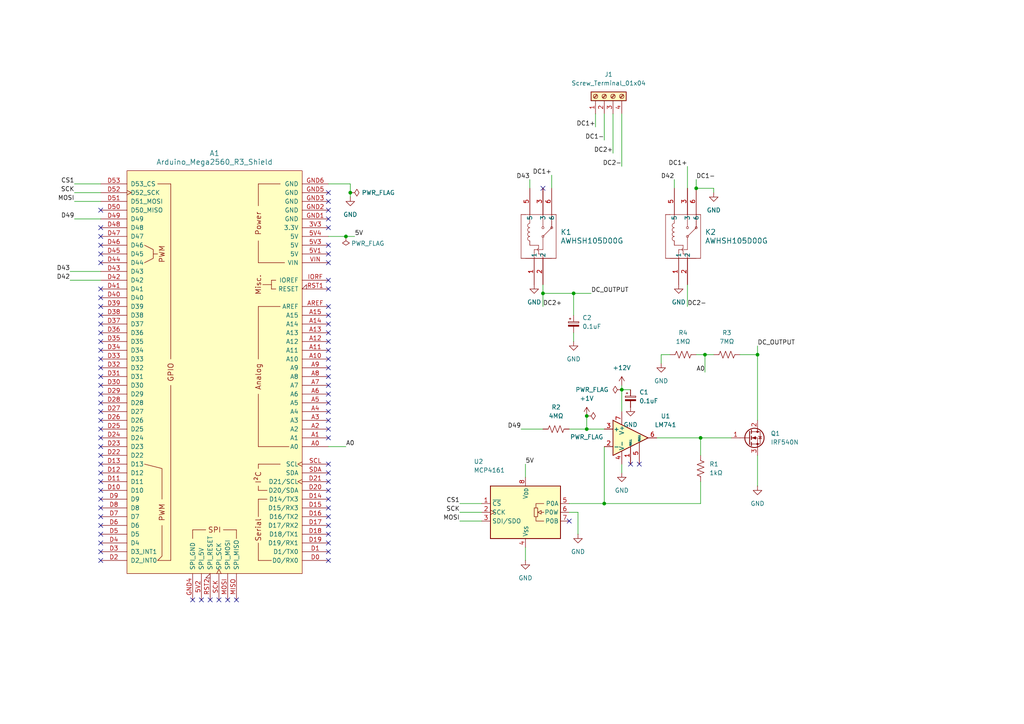
<source format=kicad_sch>
(kicad_sch
	(version 20231120)
	(generator "eeschema")
	(generator_version "8.0")
	(uuid "1096cbe7-ac56-48cb-aadd-3e4addcdbbb7")
	(paper "A4")
	(title_block
		(title "Super Capacitor Bike - Power Circuit")
		(date "2024-06-29")
		(rev "1")
		(company "Andrew Fischer")
	)
	(lib_symbols
		(symbol "2024-06-29_06-24-28:AWHSH105D00G"
			(pin_names
				(offset 0.254)
			)
			(exclude_from_sim no)
			(in_bom yes)
			(on_board yes)
			(property "Reference" "K"
				(at 13.97 7.62 0)
				(effects
					(font
						(size 1.524 1.524)
					)
				)
			)
			(property "Value" "AWHSH105D00G"
				(at 13.97 5.08 0)
				(effects
					(font
						(size 1.524 1.524)
					)
				)
			)
			(property "Footprint" "AWHSH1xxD00G_AMP"
				(at -1.016 7.366 0)
				(effects
					(font
						(size 1.27 1.27)
						(italic yes)
					)
					(hide yes)
				)
			)
			(property "Datasheet" "AWHSH105D00G"
				(at -3.302 15.494 0)
				(effects
					(font
						(size 1.27 1.27)
						(italic yes)
					)
					(hide yes)
				)
			)
			(property "Description" ""
				(at 0 0 0)
				(effects
					(font
						(size 1.27 1.27)
					)
					(hide yes)
				)
			)
			(property "ki_locked" ""
				(at 0 0 0)
				(effects
					(font
						(size 1.27 1.27)
					)
				)
			)
			(property "ki_keywords" "AWHSH105D00G"
				(at 0 0 0)
				(effects
					(font
						(size 1.27 1.27)
					)
					(hide yes)
				)
			)
			(property "ki_fp_filters" "AWHSH1xxD00G_AMP"
				(at 0 0 0)
				(effects
					(font
						(size 1.27 1.27)
					)
					(hide yes)
				)
			)
			(symbol "AWHSH105D00G_0_1"
				(polyline
					(pts
						(xy 7.62 -6.35) (xy 20.32 -6.35)
					)
					(stroke
						(width 0.127)
						(type default)
					)
					(fill
						(type none)
					)
				)
				(polyline
					(pts
						(xy 7.62 -2.54) (xy 8.89 -2.54)
					)
					(stroke
						(width 0.127)
						(type default)
					)
					(fill
						(type none)
					)
				)
				(polyline
					(pts
						(xy 7.62 0) (xy 10.16 0)
					)
					(stroke
						(width 0.127)
						(type default)
					)
					(fill
						(type none)
					)
				)
				(polyline
					(pts
						(xy 7.62 2.54) (xy 7.62 -5.08)
					)
					(stroke
						(width 0.127)
						(type default)
					)
					(fill
						(type none)
					)
				)
				(polyline
					(pts
						(xy 8.89 -2.54) (xy 8.89 -1.27)
					)
					(stroke
						(width 0.127)
						(type default)
					)
					(fill
						(type none)
					)
				)
				(polyline
					(pts
						(xy 8.89 -1.27) (xy 9.8425 -1.27)
					)
					(stroke
						(width 0.127)
						(type default)
					)
					(fill
						(type none)
					)
				)
				(polyline
					(pts
						(xy 10.16 -2.54) (xy 13.6525 -2.54)
					)
					(stroke
						(width 0.127)
						(type default)
					)
					(fill
						(type none)
					)
				)
				(polyline
					(pts
						(xy 10.16 0) (xy 10.16 -2.54)
					)
					(stroke
						(width 0.127)
						(type default)
					)
					(fill
						(type none)
					)
				)
				(polyline
					(pts
						(xy 11.43 -1.27) (xy 10.4775 -1.27)
					)
					(stroke
						(width 0.127)
						(type default)
					)
					(fill
						(type none)
					)
				)
				(polyline
					(pts
						(xy 11.43 -1.27) (xy 11.43 0)
					)
					(stroke
						(width 0.127)
						(type default)
					)
					(fill
						(type none)
					)
				)
				(polyline
					(pts
						(xy 11.43 0) (xy 11.43 1.27)
					)
					(stroke
						(width 0.127)
						(type default)
					)
					(fill
						(type none)
					)
				)
				(polyline
					(pts
						(xy 13.97 -2.54) (xy 16.51 -5.08)
					)
					(stroke
						(width 0.127)
						(type default)
					)
					(fill
						(type none)
					)
				)
				(polyline
					(pts
						(xy 17.78 1.27) (xy 20.32 1.27)
					)
					(stroke
						(width 0.127)
						(type default)
					)
					(fill
						(type none)
					)
				)
				(polyline
					(pts
						(xy 20.32 -5.08) (xy 20.32 2.54)
					)
					(stroke
						(width 0.127)
						(type default)
					)
					(fill
						(type none)
					)
				)
				(polyline
					(pts
						(xy 20.32 -2.54) (xy 16.8275 -2.54)
					)
					(stroke
						(width 0.127)
						(type default)
					)
					(fill
						(type none)
					)
				)
				(polyline
					(pts
						(xy 20.32 3.81) (xy 7.62 3.81)
					)
					(stroke
						(width 0.127)
						(type default)
					)
					(fill
						(type none)
					)
				)
				(arc
					(start 10.4648 -1.27)
					(mid 10.16 -0.9665)
					(end 9.8552 -1.27)
					(stroke
						(width 0.127)
						(type default)
					)
					(fill
						(type none)
					)
				)
				(circle
					(center 13.97 -2.54)
					(radius 0.3048)
					(stroke
						(width 0.127)
						(type default)
					)
					(fill
						(type none)
					)
				)
				(arc
					(start 13.97 1.27)
					(mid 13.335 1.9023)
					(end 12.7 1.27)
					(stroke
						(width 0.127)
						(type default)
					)
					(fill
						(type none)
					)
				)
				(arc
					(start 15.24 1.27)
					(mid 14.605 1.9023)
					(end 13.97 1.27)
					(stroke
						(width 0.127)
						(type default)
					)
					(fill
						(type none)
					)
				)
				(circle
					(center 16.51 -5.08)
					(radius 0.3048)
					(stroke
						(width 0.127)
						(type default)
					)
					(fill
						(type none)
					)
				)
				(circle
					(center 16.51 -2.54)
					(radius 0.3048)
					(stroke
						(width 0.127)
						(type default)
					)
					(fill
						(type none)
					)
				)
				(arc
					(start 16.51 1.27)
					(mid 15.875 1.9023)
					(end 15.24 1.27)
					(stroke
						(width 0.127)
						(type default)
					)
					(fill
						(type none)
					)
				)
				(arc
					(start 17.78 1.27)
					(mid 17.145 1.9023)
					(end 16.51 1.27)
					(stroke
						(width 0.127)
						(type default)
					)
					(fill
						(type none)
					)
				)
			)
			(symbol "AWHSH105D00G_1_1"
				(polyline
					(pts
						(xy 7.62 -6.35) (xy 7.62 3.81)
					)
					(stroke
						(width 0)
						(type default)
					)
					(fill
						(type none)
					)
				)
				(polyline
					(pts
						(xy 11.43 1.27) (xy 12.7 1.27)
					)
					(stroke
						(width 0)
						(type default)
					)
					(fill
						(type none)
					)
				)
				(polyline
					(pts
						(xy 20.32 -5.08) (xy 16.51 -5.08)
					)
					(stroke
						(width 0)
						(type default)
					)
					(fill
						(type none)
					)
				)
				(polyline
					(pts
						(xy 20.32 -5.08) (xy 20.32 -6.35)
					)
					(stroke
						(width 0)
						(type default)
					)
					(fill
						(type none)
					)
				)
				(polyline
					(pts
						(xy 20.32 2.54) (xy 20.32 3.81)
					)
					(stroke
						(width 0)
						(type default)
					)
					(fill
						(type none)
					)
				)
				(polyline
					(pts
						(xy 20.32 3.81) (xy 20.32 3.81)
					)
					(stroke
						(width 0)
						(type default)
					)
					(fill
						(type none)
					)
				)
				(pin bidirectional line
					(at 0 0 0)
					(length 7.62)
					(name "1"
						(effects
							(font
								(size 1.27 1.27)
							)
						)
					)
					(number "1"
						(effects
							(font
								(size 1.27 1.27)
							)
						)
					)
				)
				(pin bidirectional line
					(at 0 -2.54 0)
					(length 7.62)
					(name "2"
						(effects
							(font
								(size 1.27 1.27)
							)
						)
					)
					(number "2"
						(effects
							(font
								(size 1.27 1.27)
							)
						)
					)
				)
				(pin bidirectional line
					(at 27.94 -2.54 180)
					(length 7.62)
					(name "3"
						(effects
							(font
								(size 1.27 1.27)
							)
						)
					)
					(number "3"
						(effects
							(font
								(size 1.27 1.27)
							)
						)
					)
				)
				(pin bidirectional line
					(at 27.94 1.27 180)
					(length 7.62)
					(name "5"
						(effects
							(font
								(size 1.27 1.27)
							)
						)
					)
					(number "5"
						(effects
							(font
								(size 1.27 1.27)
							)
						)
					)
				)
				(pin bidirectional line
					(at 27.94 -5.08 180)
					(length 7.62)
					(name "6"
						(effects
							(font
								(size 1.27 1.27)
							)
						)
					)
					(number "6"
						(effects
							(font
								(size 1.27 1.27)
							)
						)
					)
				)
			)
		)
		(symbol "Amplifier_Operational:LM741"
			(pin_names
				(offset 0.127)
			)
			(exclude_from_sim no)
			(in_bom yes)
			(on_board yes)
			(property "Reference" "U"
				(at 0 6.35 0)
				(effects
					(font
						(size 1.27 1.27)
					)
					(justify left)
				)
			)
			(property "Value" "LM741"
				(at 0 3.81 0)
				(effects
					(font
						(size 1.27 1.27)
					)
					(justify left)
				)
			)
			(property "Footprint" ""
				(at 1.27 1.27 0)
				(effects
					(font
						(size 1.27 1.27)
					)
					(hide yes)
				)
			)
			(property "Datasheet" "http://www.ti.com/lit/ds/symlink/lm741.pdf"
				(at 3.81 3.81 0)
				(effects
					(font
						(size 1.27 1.27)
					)
					(hide yes)
				)
			)
			(property "Description" "Operational Amplifier, DIP-8/TO-99-8"
				(at 0 0 0)
				(effects
					(font
						(size 1.27 1.27)
					)
					(hide yes)
				)
			)
			(property "ki_keywords" "single opamp"
				(at 0 0 0)
				(effects
					(font
						(size 1.27 1.27)
					)
					(hide yes)
				)
			)
			(property "ki_fp_filters" "SOIC*3.9x4.9mm*P1.27mm* DIP*W7.62mm* TSSOP*3x3mm*P0.65mm*"
				(at 0 0 0)
				(effects
					(font
						(size 1.27 1.27)
					)
					(hide yes)
				)
			)
			(symbol "LM741_0_1"
				(polyline
					(pts
						(xy -5.08 5.08) (xy 5.08 0) (xy -5.08 -5.08) (xy -5.08 5.08)
					)
					(stroke
						(width 0.254)
						(type default)
					)
					(fill
						(type background)
					)
				)
			)
			(symbol "LM741_1_1"
				(pin input line
					(at 0 -7.62 90)
					(length 5.08)
					(name "NULL"
						(effects
							(font
								(size 0.508 0.508)
							)
						)
					)
					(number "1"
						(effects
							(font
								(size 1.27 1.27)
							)
						)
					)
				)
				(pin input line
					(at -7.62 -2.54 0)
					(length 2.54)
					(name "-"
						(effects
							(font
								(size 1.27 1.27)
							)
						)
					)
					(number "2"
						(effects
							(font
								(size 1.27 1.27)
							)
						)
					)
				)
				(pin input line
					(at -7.62 2.54 0)
					(length 2.54)
					(name "+"
						(effects
							(font
								(size 1.27 1.27)
							)
						)
					)
					(number "3"
						(effects
							(font
								(size 1.27 1.27)
							)
						)
					)
				)
				(pin power_in line
					(at -2.54 -7.62 90)
					(length 3.81)
					(name "V-"
						(effects
							(font
								(size 1.27 1.27)
							)
						)
					)
					(number "4"
						(effects
							(font
								(size 1.27 1.27)
							)
						)
					)
				)
				(pin input line
					(at 2.54 -7.62 90)
					(length 6.35)
					(name "NULL"
						(effects
							(font
								(size 0.508 0.508)
							)
						)
					)
					(number "5"
						(effects
							(font
								(size 1.27 1.27)
							)
						)
					)
				)
				(pin output line
					(at 7.62 0 180)
					(length 2.54)
					(name "~"
						(effects
							(font
								(size 1.27 1.27)
							)
						)
					)
					(number "6"
						(effects
							(font
								(size 1.27 1.27)
							)
						)
					)
				)
				(pin power_in line
					(at -2.54 7.62 270)
					(length 3.81)
					(name "V+"
						(effects
							(font
								(size 1.27 1.27)
							)
						)
					)
					(number "7"
						(effects
							(font
								(size 1.27 1.27)
							)
						)
					)
				)
				(pin no_connect line
					(at 0 2.54 270)
					(length 2.54) hide
					(name "NC"
						(effects
							(font
								(size 1.27 1.27)
							)
						)
					)
					(number "8"
						(effects
							(font
								(size 1.27 1.27)
							)
						)
					)
				)
			)
		)
		(symbol "Connector:Screw_Terminal_01x04"
			(pin_names
				(offset 1.016) hide)
			(exclude_from_sim no)
			(in_bom yes)
			(on_board yes)
			(property "Reference" "J"
				(at 0 5.08 0)
				(effects
					(font
						(size 1.27 1.27)
					)
				)
			)
			(property "Value" "Screw_Terminal_01x04"
				(at 0 -7.62 0)
				(effects
					(font
						(size 1.27 1.27)
					)
				)
			)
			(property "Footprint" ""
				(at 0 0 0)
				(effects
					(font
						(size 1.27 1.27)
					)
					(hide yes)
				)
			)
			(property "Datasheet" "~"
				(at 0 0 0)
				(effects
					(font
						(size 1.27 1.27)
					)
					(hide yes)
				)
			)
			(property "Description" "Generic screw terminal, single row, 01x04, script generated (kicad-library-utils/schlib/autogen/connector/)"
				(at 0 0 0)
				(effects
					(font
						(size 1.27 1.27)
					)
					(hide yes)
				)
			)
			(property "ki_keywords" "screw terminal"
				(at 0 0 0)
				(effects
					(font
						(size 1.27 1.27)
					)
					(hide yes)
				)
			)
			(property "ki_fp_filters" "TerminalBlock*:*"
				(at 0 0 0)
				(effects
					(font
						(size 1.27 1.27)
					)
					(hide yes)
				)
			)
			(symbol "Screw_Terminal_01x04_1_1"
				(rectangle
					(start -1.27 3.81)
					(end 1.27 -6.35)
					(stroke
						(width 0.254)
						(type default)
					)
					(fill
						(type background)
					)
				)
				(circle
					(center 0 -5.08)
					(radius 0.635)
					(stroke
						(width 0.1524)
						(type default)
					)
					(fill
						(type none)
					)
				)
				(circle
					(center 0 -2.54)
					(radius 0.635)
					(stroke
						(width 0.1524)
						(type default)
					)
					(fill
						(type none)
					)
				)
				(polyline
					(pts
						(xy -0.5334 -4.7498) (xy 0.3302 -5.588)
					)
					(stroke
						(width 0.1524)
						(type default)
					)
					(fill
						(type none)
					)
				)
				(polyline
					(pts
						(xy -0.5334 -2.2098) (xy 0.3302 -3.048)
					)
					(stroke
						(width 0.1524)
						(type default)
					)
					(fill
						(type none)
					)
				)
				(polyline
					(pts
						(xy -0.5334 0.3302) (xy 0.3302 -0.508)
					)
					(stroke
						(width 0.1524)
						(type default)
					)
					(fill
						(type none)
					)
				)
				(polyline
					(pts
						(xy -0.5334 2.8702) (xy 0.3302 2.032)
					)
					(stroke
						(width 0.1524)
						(type default)
					)
					(fill
						(type none)
					)
				)
				(polyline
					(pts
						(xy -0.3556 -4.572) (xy 0.508 -5.4102)
					)
					(stroke
						(width 0.1524)
						(type default)
					)
					(fill
						(type none)
					)
				)
				(polyline
					(pts
						(xy -0.3556 -2.032) (xy 0.508 -2.8702)
					)
					(stroke
						(width 0.1524)
						(type default)
					)
					(fill
						(type none)
					)
				)
				(polyline
					(pts
						(xy -0.3556 0.508) (xy 0.508 -0.3302)
					)
					(stroke
						(width 0.1524)
						(type default)
					)
					(fill
						(type none)
					)
				)
				(polyline
					(pts
						(xy -0.3556 3.048) (xy 0.508 2.2098)
					)
					(stroke
						(width 0.1524)
						(type default)
					)
					(fill
						(type none)
					)
				)
				(circle
					(center 0 0)
					(radius 0.635)
					(stroke
						(width 0.1524)
						(type default)
					)
					(fill
						(type none)
					)
				)
				(circle
					(center 0 2.54)
					(radius 0.635)
					(stroke
						(width 0.1524)
						(type default)
					)
					(fill
						(type none)
					)
				)
				(pin passive line
					(at -5.08 2.54 0)
					(length 3.81)
					(name "Pin_1"
						(effects
							(font
								(size 1.27 1.27)
							)
						)
					)
					(number "1"
						(effects
							(font
								(size 1.27 1.27)
							)
						)
					)
				)
				(pin passive line
					(at -5.08 0 0)
					(length 3.81)
					(name "Pin_2"
						(effects
							(font
								(size 1.27 1.27)
							)
						)
					)
					(number "2"
						(effects
							(font
								(size 1.27 1.27)
							)
						)
					)
				)
				(pin passive line
					(at -5.08 -2.54 0)
					(length 3.81)
					(name "Pin_3"
						(effects
							(font
								(size 1.27 1.27)
							)
						)
					)
					(number "3"
						(effects
							(font
								(size 1.27 1.27)
							)
						)
					)
				)
				(pin passive line
					(at -5.08 -5.08 0)
					(length 3.81)
					(name "Pin_4"
						(effects
							(font
								(size 1.27 1.27)
							)
						)
					)
					(number "4"
						(effects
							(font
								(size 1.27 1.27)
							)
						)
					)
				)
			)
		)
		(symbol "Device:C_Polarized_Small"
			(pin_numbers hide)
			(pin_names
				(offset 0.254) hide)
			(exclude_from_sim no)
			(in_bom yes)
			(on_board yes)
			(property "Reference" "C"
				(at 0.254 1.778 0)
				(effects
					(font
						(size 1.27 1.27)
					)
					(justify left)
				)
			)
			(property "Value" "C_Polarized_Small"
				(at 0.254 -2.032 0)
				(effects
					(font
						(size 1.27 1.27)
					)
					(justify left)
				)
			)
			(property "Footprint" ""
				(at 0 0 0)
				(effects
					(font
						(size 1.27 1.27)
					)
					(hide yes)
				)
			)
			(property "Datasheet" "~"
				(at 0 0 0)
				(effects
					(font
						(size 1.27 1.27)
					)
					(hide yes)
				)
			)
			(property "Description" "Polarized capacitor, small symbol"
				(at 0 0 0)
				(effects
					(font
						(size 1.27 1.27)
					)
					(hide yes)
				)
			)
			(property "ki_keywords" "cap capacitor"
				(at 0 0 0)
				(effects
					(font
						(size 1.27 1.27)
					)
					(hide yes)
				)
			)
			(property "ki_fp_filters" "CP_*"
				(at 0 0 0)
				(effects
					(font
						(size 1.27 1.27)
					)
					(hide yes)
				)
			)
			(symbol "C_Polarized_Small_0_1"
				(rectangle
					(start -1.524 -0.3048)
					(end 1.524 -0.6858)
					(stroke
						(width 0)
						(type default)
					)
					(fill
						(type outline)
					)
				)
				(rectangle
					(start -1.524 0.6858)
					(end 1.524 0.3048)
					(stroke
						(width 0)
						(type default)
					)
					(fill
						(type none)
					)
				)
				(polyline
					(pts
						(xy -1.27 1.524) (xy -0.762 1.524)
					)
					(stroke
						(width 0)
						(type default)
					)
					(fill
						(type none)
					)
				)
				(polyline
					(pts
						(xy -1.016 1.27) (xy -1.016 1.778)
					)
					(stroke
						(width 0)
						(type default)
					)
					(fill
						(type none)
					)
				)
			)
			(symbol "C_Polarized_Small_1_1"
				(pin passive line
					(at 0 2.54 270)
					(length 1.8542)
					(name "~"
						(effects
							(font
								(size 1.27 1.27)
							)
						)
					)
					(number "1"
						(effects
							(font
								(size 1.27 1.27)
							)
						)
					)
				)
				(pin passive line
					(at 0 -2.54 90)
					(length 1.8542)
					(name "~"
						(effects
							(font
								(size 1.27 1.27)
							)
						)
					)
					(number "2"
						(effects
							(font
								(size 1.27 1.27)
							)
						)
					)
				)
			)
		)
		(symbol "Device:R_US"
			(pin_numbers hide)
			(pin_names
				(offset 0)
			)
			(exclude_from_sim no)
			(in_bom yes)
			(on_board yes)
			(property "Reference" "R"
				(at 2.54 0 90)
				(effects
					(font
						(size 1.27 1.27)
					)
				)
			)
			(property "Value" "R_US"
				(at -2.54 0 90)
				(effects
					(font
						(size 1.27 1.27)
					)
				)
			)
			(property "Footprint" ""
				(at 1.016 -0.254 90)
				(effects
					(font
						(size 1.27 1.27)
					)
					(hide yes)
				)
			)
			(property "Datasheet" "~"
				(at 0 0 0)
				(effects
					(font
						(size 1.27 1.27)
					)
					(hide yes)
				)
			)
			(property "Description" "Resistor, US symbol"
				(at 0 0 0)
				(effects
					(font
						(size 1.27 1.27)
					)
					(hide yes)
				)
			)
			(property "ki_keywords" "R res resistor"
				(at 0 0 0)
				(effects
					(font
						(size 1.27 1.27)
					)
					(hide yes)
				)
			)
			(property "ki_fp_filters" "R_*"
				(at 0 0 0)
				(effects
					(font
						(size 1.27 1.27)
					)
					(hide yes)
				)
			)
			(symbol "R_US_0_1"
				(polyline
					(pts
						(xy 0 -2.286) (xy 0 -2.54)
					)
					(stroke
						(width 0)
						(type default)
					)
					(fill
						(type none)
					)
				)
				(polyline
					(pts
						(xy 0 2.286) (xy 0 2.54)
					)
					(stroke
						(width 0)
						(type default)
					)
					(fill
						(type none)
					)
				)
				(polyline
					(pts
						(xy 0 -0.762) (xy 1.016 -1.143) (xy 0 -1.524) (xy -1.016 -1.905) (xy 0 -2.286)
					)
					(stroke
						(width 0)
						(type default)
					)
					(fill
						(type none)
					)
				)
				(polyline
					(pts
						(xy 0 0.762) (xy 1.016 0.381) (xy 0 0) (xy -1.016 -0.381) (xy 0 -0.762)
					)
					(stroke
						(width 0)
						(type default)
					)
					(fill
						(type none)
					)
				)
				(polyline
					(pts
						(xy 0 2.286) (xy 1.016 1.905) (xy 0 1.524) (xy -1.016 1.143) (xy 0 0.762)
					)
					(stroke
						(width 0)
						(type default)
					)
					(fill
						(type none)
					)
				)
			)
			(symbol "R_US_1_1"
				(pin passive line
					(at 0 3.81 270)
					(length 1.27)
					(name "~"
						(effects
							(font
								(size 1.27 1.27)
							)
						)
					)
					(number "1"
						(effects
							(font
								(size 1.27 1.27)
							)
						)
					)
				)
				(pin passive line
					(at 0 -3.81 90)
					(length 1.27)
					(name "~"
						(effects
							(font
								(size 1.27 1.27)
							)
						)
					)
					(number "2"
						(effects
							(font
								(size 1.27 1.27)
							)
						)
					)
				)
			)
		)
		(symbol "Potentiometer_Digital:MCP4161-xxxx-P"
			(exclude_from_sim no)
			(in_bom yes)
			(on_board yes)
			(property "Reference" "U"
				(at 2.54 11.43 0)
				(effects
					(font
						(size 1.27 1.27)
					)
					(justify left)
				)
			)
			(property "Value" "MCP4161-xxxx-P"
				(at 2.54 8.89 0)
				(effects
					(font
						(size 1.27 1.27)
					)
					(justify left)
				)
			)
			(property "Footprint" "Package_DIP:DIP-8_W7.62mm"
				(at 0 -20.32 0)
				(effects
					(font
						(size 1.27 1.27)
					)
					(hide yes)
				)
			)
			(property "Datasheet" "https://ww1.microchip.com/downloads/aemDocuments/documents/OTH/ProductDocuments/DataSheets/22059b.pdf"
				(at 0 -22.86 0)
				(effects
					(font
						(size 1.27 1.27)
					)
					(hide yes)
				)
			)
			(property "Description" "Single Digital Potentiometer, SPI interface, 257 taps, 5/10/50/100 kohm, non-volatile memory"
				(at 0 -25.4 0)
				(effects
					(font
						(size 1.27 1.27)
					)
					(hide yes)
				)
			)
			(property "ki_keywords" "digipot EE 8-bit 8bit"
				(at 0 0 0)
				(effects
					(font
						(size 1.27 1.27)
					)
					(hide yes)
				)
			)
			(property "ki_fp_filters" "DIP?8*W7.62mm*"
				(at 0 0 0)
				(effects
					(font
						(size 1.27 1.27)
					)
					(hide yes)
				)
			)
			(symbol "MCP4161-xxxx-P_0_0"
				(pin input line
					(at -12.7 2.54 0)
					(length 2.54)
					(name "~{CS}"
						(effects
							(font
								(size 1.27 1.27)
							)
						)
					)
					(number "1"
						(effects
							(font
								(size 1.27 1.27)
							)
						)
					)
				)
				(pin input clock
					(at -12.7 0 0)
					(length 2.54)
					(name "SCK"
						(effects
							(font
								(size 1.27 1.27)
							)
						)
					)
					(number "2"
						(effects
							(font
								(size 1.27 1.27)
							)
						)
					)
				)
				(pin bidirectional line
					(at -12.7 -2.54 0)
					(length 2.54)
					(name "SDI/SDO"
						(effects
							(font
								(size 1.27 1.27)
							)
						)
					)
					(number "3"
						(effects
							(font
								(size 1.27 1.27)
							)
						)
					)
				)
				(pin power_in line
					(at 0 -10.16 90)
					(length 2.54)
					(name "V_{SS}"
						(effects
							(font
								(size 1.27 1.27)
							)
						)
					)
					(number "4"
						(effects
							(font
								(size 1.27 1.27)
							)
						)
					)
				)
				(pin passive line
					(at 12.7 2.54 180)
					(length 2.54)
					(name "P0A"
						(effects
							(font
								(size 1.27 1.27)
							)
						)
					)
					(number "5"
						(effects
							(font
								(size 1.27 1.27)
							)
						)
					)
				)
				(pin passive line
					(at 12.7 0 180)
					(length 2.54)
					(name "P0W"
						(effects
							(font
								(size 1.27 1.27)
							)
						)
					)
					(number "6"
						(effects
							(font
								(size 1.27 1.27)
							)
						)
					)
				)
				(pin passive line
					(at 12.7 -2.54 180)
					(length 2.54)
					(name "P0B"
						(effects
							(font
								(size 1.27 1.27)
							)
						)
					)
					(number "7"
						(effects
							(font
								(size 1.27 1.27)
							)
						)
					)
				)
				(pin power_in line
					(at 0 10.16 270)
					(length 2.54)
					(name "V_{DD}"
						(effects
							(font
								(size 1.27 1.27)
							)
						)
					)
					(number "8"
						(effects
							(font
								(size 1.27 1.27)
							)
						)
					)
				)
			)
			(symbol "MCP4161-xxxx-P_0_1"
				(polyline
					(pts
						(xy 4.572 0) (xy 5.334 0)
					)
					(stroke
						(width 0)
						(type default)
					)
					(fill
						(type none)
					)
				)
				(polyline
					(pts
						(xy 3.048 -1.27) (xy 3.048 -2.54) (xy 5.334 -2.54)
					)
					(stroke
						(width 0)
						(type default)
					)
					(fill
						(type none)
					)
				)
				(polyline
					(pts
						(xy 5.334 2.54) (xy 3.048 2.54) (xy 3.048 1.27)
					)
					(stroke
						(width 0)
						(type default)
					)
					(fill
						(type none)
					)
				)
				(polyline
					(pts
						(xy 4.572 0.508) (xy 3.556 0) (xy 4.572 -0.508) (xy 4.572 0.508)
					)
					(stroke
						(width 0)
						(type default)
					)
					(fill
						(type none)
					)
				)
				(rectangle
					(start 2.54 1.27)
					(end 3.556 -1.27)
					(stroke
						(width 0)
						(type default)
					)
					(fill
						(type none)
					)
				)
			)
			(symbol "MCP4161-xxxx-P_1_1"
				(rectangle
					(start -10.16 7.62)
					(end 10.16 -7.62)
					(stroke
						(width 0.254)
						(type default)
					)
					(fill
						(type background)
					)
				)
			)
		)
		(symbol "Transistor_FET:IRF540N"
			(pin_names hide)
			(exclude_from_sim no)
			(in_bom yes)
			(on_board yes)
			(property "Reference" "Q"
				(at 5.08 1.905 0)
				(effects
					(font
						(size 1.27 1.27)
					)
					(justify left)
				)
			)
			(property "Value" "IRF540N"
				(at 5.08 0 0)
				(effects
					(font
						(size 1.27 1.27)
					)
					(justify left)
				)
			)
			(property "Footprint" "Package_TO_SOT_THT:TO-220-3_Vertical"
				(at 5.08 -1.905 0)
				(effects
					(font
						(size 1.27 1.27)
						(italic yes)
					)
					(justify left)
					(hide yes)
				)
			)
			(property "Datasheet" "http://www.irf.com/product-info/datasheets/data/irf540n.pdf"
				(at 5.08 -3.81 0)
				(effects
					(font
						(size 1.27 1.27)
					)
					(justify left)
					(hide yes)
				)
			)
			(property "Description" "33A Id, 100V Vds, HEXFET N-Channel MOSFET, TO-220"
				(at 0 0 0)
				(effects
					(font
						(size 1.27 1.27)
					)
					(hide yes)
				)
			)
			(property "ki_keywords" "HEXFET N-Channel MOSFET"
				(at 0 0 0)
				(effects
					(font
						(size 1.27 1.27)
					)
					(hide yes)
				)
			)
			(property "ki_fp_filters" "TO?220*"
				(at 0 0 0)
				(effects
					(font
						(size 1.27 1.27)
					)
					(hide yes)
				)
			)
			(symbol "IRF540N_0_1"
				(polyline
					(pts
						(xy 0.254 0) (xy -2.54 0)
					)
					(stroke
						(width 0)
						(type default)
					)
					(fill
						(type none)
					)
				)
				(polyline
					(pts
						(xy 0.254 1.905) (xy 0.254 -1.905)
					)
					(stroke
						(width 0.254)
						(type default)
					)
					(fill
						(type none)
					)
				)
				(polyline
					(pts
						(xy 0.762 -1.27) (xy 0.762 -2.286)
					)
					(stroke
						(width 0.254)
						(type default)
					)
					(fill
						(type none)
					)
				)
				(polyline
					(pts
						(xy 0.762 0.508) (xy 0.762 -0.508)
					)
					(stroke
						(width 0.254)
						(type default)
					)
					(fill
						(type none)
					)
				)
				(polyline
					(pts
						(xy 0.762 2.286) (xy 0.762 1.27)
					)
					(stroke
						(width 0.254)
						(type default)
					)
					(fill
						(type none)
					)
				)
				(polyline
					(pts
						(xy 2.54 2.54) (xy 2.54 1.778)
					)
					(stroke
						(width 0)
						(type default)
					)
					(fill
						(type none)
					)
				)
				(polyline
					(pts
						(xy 2.54 -2.54) (xy 2.54 0) (xy 0.762 0)
					)
					(stroke
						(width 0)
						(type default)
					)
					(fill
						(type none)
					)
				)
				(polyline
					(pts
						(xy 0.762 -1.778) (xy 3.302 -1.778) (xy 3.302 1.778) (xy 0.762 1.778)
					)
					(stroke
						(width 0)
						(type default)
					)
					(fill
						(type none)
					)
				)
				(polyline
					(pts
						(xy 1.016 0) (xy 2.032 0.381) (xy 2.032 -0.381) (xy 1.016 0)
					)
					(stroke
						(width 0)
						(type default)
					)
					(fill
						(type outline)
					)
				)
				(polyline
					(pts
						(xy 2.794 0.508) (xy 2.921 0.381) (xy 3.683 0.381) (xy 3.81 0.254)
					)
					(stroke
						(width 0)
						(type default)
					)
					(fill
						(type none)
					)
				)
				(polyline
					(pts
						(xy 3.302 0.381) (xy 2.921 -0.254) (xy 3.683 -0.254) (xy 3.302 0.381)
					)
					(stroke
						(width 0)
						(type default)
					)
					(fill
						(type none)
					)
				)
				(circle
					(center 1.651 0)
					(radius 2.794)
					(stroke
						(width 0.254)
						(type default)
					)
					(fill
						(type none)
					)
				)
				(circle
					(center 2.54 -1.778)
					(radius 0.254)
					(stroke
						(width 0)
						(type default)
					)
					(fill
						(type outline)
					)
				)
				(circle
					(center 2.54 1.778)
					(radius 0.254)
					(stroke
						(width 0)
						(type default)
					)
					(fill
						(type outline)
					)
				)
			)
			(symbol "IRF540N_1_1"
				(pin input line
					(at -5.08 0 0)
					(length 2.54)
					(name "G"
						(effects
							(font
								(size 1.27 1.27)
							)
						)
					)
					(number "1"
						(effects
							(font
								(size 1.27 1.27)
							)
						)
					)
				)
				(pin passive line
					(at 2.54 5.08 270)
					(length 2.54)
					(name "D"
						(effects
							(font
								(size 1.27 1.27)
							)
						)
					)
					(number "2"
						(effects
							(font
								(size 1.27 1.27)
							)
						)
					)
				)
				(pin passive line
					(at 2.54 -5.08 90)
					(length 2.54)
					(name "S"
						(effects
							(font
								(size 1.27 1.27)
							)
						)
					)
					(number "3"
						(effects
							(font
								(size 1.27 1.27)
							)
						)
					)
				)
			)
		)
		(symbol "arduino-library:Arduino_Mega2560_R3_Shield"
			(pin_names
				(offset 1.016)
			)
			(exclude_from_sim no)
			(in_bom yes)
			(on_board yes)
			(property "Reference" "A"
				(at 0 -62.23 0)
				(effects
					(font
						(size 1.524 1.524)
					)
				)
			)
			(property "Value" "Arduino_Mega2560_R3_Shield"
				(at 0 -66.04 0)
				(effects
					(font
						(size 1.524 1.524)
					)
				)
			)
			(property "Footprint" "PCM_arduino-library:Arduino_Mega2560_R3_Shield"
				(at 0 -73.66 0)
				(effects
					(font
						(size 1.524 1.524)
					)
					(hide yes)
				)
			)
			(property "Datasheet" "https://docs.arduino.cc/hardware/mega-2560"
				(at 0 -69.85 0)
				(effects
					(font
						(size 1.524 1.524)
					)
					(hide yes)
				)
			)
			(property "Description" "Shield for Arduino Mega 2560 R3"
				(at 0 0 0)
				(effects
					(font
						(size 1.27 1.27)
					)
					(hide yes)
				)
			)
			(property "ki_keywords" "Arduino MPU Shield"
				(at 0 0 0)
				(effects
					(font
						(size 1.27 1.27)
					)
					(hide yes)
				)
			)
			(property "ki_fp_filters" "Arduino_Mega2560_R3_Shield"
				(at 0 0 0)
				(effects
					(font
						(size 1.27 1.27)
					)
					(hide yes)
				)
			)
			(symbol "Arduino_Mega2560_R3_Shield_0_0"
				(rectangle
					(start -25.4 -58.42)
					(end 25.4 58.42)
					(stroke
						(width 0)
						(type default)
					)
					(fill
						(type background)
					)
				)
				(rectangle
					(start -20.32 -31.75)
					(end -12.7 -31.75)
					(stroke
						(width 0)
						(type default)
					)
					(fill
						(type none)
					)
				)
				(rectangle
					(start -19.05 -54.61)
					(end -12.7 -54.61)
					(stroke
						(width 0)
						(type default)
					)
					(fill
						(type none)
					)
				)
				(rectangle
					(start -19.05 -19.05)
					(end -12.7 -19.05)
					(stroke
						(width 0)
						(type default)
					)
					(fill
						(type none)
					)
				)
				(rectangle
					(start -19.05 26.67)
					(end -12.7 26.67)
					(stroke
						(width 0)
						(type default)
					)
					(fill
						(type none)
					)
				)
				(rectangle
					(start -17.78 -26.67)
					(end -16.51 -26.67)
					(stroke
						(width 0)
						(type default)
					)
					(fill
						(type none)
					)
				)
				(rectangle
					(start -17.78 -24.13)
					(end -16.51 -24.13)
					(stroke
						(width 0)
						(type default)
					)
					(fill
						(type none)
					)
				)
				(rectangle
					(start -16.51 -25.4)
					(end -13.97 -25.4)
					(stroke
						(width 0)
						(type default)
					)
					(fill
						(type none)
					)
				)
				(rectangle
					(start -16.51 -24.13)
					(end -16.51 -26.67)
					(stroke
						(width 0)
						(type default)
					)
					(fill
						(type none)
					)
				)
				(rectangle
					(start -16.51 54.61)
					(end -12.7 54.61)
					(stroke
						(width 0)
						(type default)
					)
					(fill
						(type none)
					)
				)
				(rectangle
					(start -15.24 34.29)
					(end -12.7 34.29)
					(stroke
						(width 0)
						(type default)
					)
					(fill
						(type none)
					)
				)
				(rectangle
					(start -15.24 36.83)
					(end -12.7 36.83)
					(stroke
						(width 0)
						(type default)
					)
					(fill
						(type none)
					)
				)
				(rectangle
					(start -12.7 -54.61)
					(end -12.7 -48.26)
					(stroke
						(width 0)
						(type default)
					)
					(fill
						(type none)
					)
				)
				(rectangle
					(start -12.7 -31.75)
					(end -12.7 -38.1)
					(stroke
						(width 0)
						(type default)
					)
					(fill
						(type none)
					)
				)
				(rectangle
					(start -12.7 26.67)
					(end -12.7 27.94)
					(stroke
						(width 0)
						(type default)
					)
					(fill
						(type none)
					)
				)
				(rectangle
					(start -12.7 34.29)
					(end -12.7 33.02)
					(stroke
						(width 0)
						(type default)
					)
					(fill
						(type none)
					)
				)
				(rectangle
					(start -12.7 41.91)
					(end -12.7 36.83)
					(stroke
						(width 0)
						(type default)
					)
					(fill
						(type none)
					)
				)
				(rectangle
					(start -12.7 49.53)
					(end -12.7 54.61)
					(stroke
						(width 0)
						(type default)
					)
					(fill
						(type none)
					)
				)
				(rectangle
					(start -6.35 48.26)
					(end -6.35 45.72)
					(stroke
						(width 0)
						(type default)
					)
					(fill
						(type none)
					)
				)
				(rectangle
					(start -2.54 45.72)
					(end -6.35 45.72)
					(stroke
						(width 0)
						(type default)
					)
					(fill
						(type none)
					)
				)
				(polyline
					(pts
						(xy -21.59 21.59) (xy -12.7 21.59)
					)
					(stroke
						(width 0)
						(type default)
					)
					(fill
						(type none)
					)
				)
				(polyline
					(pts
						(xy -12.7 -19.05) (xy -12.7 -3.81)
					)
					(stroke
						(width 0)
						(type default)
					)
					(fill
						(type none)
					)
				)
				(polyline
					(pts
						(xy -12.7 6.35) (xy -12.7 21.59)
					)
					(stroke
						(width 0)
						(type default)
					)
					(fill
						(type none)
					)
				)
				(polyline
					(pts
						(xy 12.7 -54.61) (xy 16.51 -54.61)
					)
					(stroke
						(width 0)
						(type default)
					)
					(fill
						(type none)
					)
				)
				(polyline
					(pts
						(xy 12.7 54.61) (xy 16.51 54.61)
					)
					(stroke
						(width 0)
						(type default)
					)
					(fill
						(type none)
					)
				)
				(polyline
					(pts
						(xy 17.78 -34.29) (xy 16.51 -34.29)
					)
					(stroke
						(width 0)
						(type default)
					)
					(fill
						(type none)
					)
				)
				(polyline
					(pts
						(xy 15.24 36.83) (xy 15.24 27.94) (xy 20.32 26.67)
					)
					(stroke
						(width 0)
						(type default)
					)
					(fill
						(type none)
					)
				)
				(polyline
					(pts
						(xy 15.24 44.45) (xy 15.24 53.34) (xy 16.51 54.61)
					)
					(stroke
						(width 0)
						(type default)
					)
					(fill
						(type none)
					)
				)
				(polyline
					(pts
						(xy 20.32 -31.75) (xy 17.78 -33.02) (xy 17.78 -35.56) (xy 20.32 -36.83)
					)
					(stroke
						(width 0)
						(type default)
					)
					(fill
						(type none)
					)
				)
				(rectangle
					(start 6.35 45.72)
					(end 2.54 45.72)
					(stroke
						(width 0)
						(type default)
					)
					(fill
						(type none)
					)
				)
				(rectangle
					(start 6.35 48.26)
					(end 6.35 45.72)
					(stroke
						(width 0)
						(type default)
					)
					(fill
						(type none)
					)
				)
				(text "Analog"
					(at -12.7 1.27 900)
					(effects
						(font
							(size 1.524 1.524)
						)
					)
				)
				(text "I²C"
					(at -12.7 30.48 900)
					(effects
						(font
							(size 1.524 1.524)
						)
					)
				)
				(text "Misc."
					(at -12.7 -25.4 900)
					(effects
						(font
							(size 1.524 1.524)
						)
					)
				)
				(text "Power"
					(at -12.7 -43.18 900)
					(effects
						(font
							(size 1.524 1.524)
						)
					)
				)
				(text "PWM"
					(at 15.24 -34.29 900)
					(effects
						(font
							(size 1.524 1.524)
						)
					)
				)
				(text "PWM"
					(at 15.24 40.64 900)
					(effects
						(font
							(size 1.524 1.524)
						)
					)
				)
				(text "Serial"
					(at -12.7 45.72 900)
					(effects
						(font
							(size 1.524 1.524)
						)
					)
				)
				(text "SPI"
					(at 0 45.72 0)
					(effects
						(font
							(size 1.524 1.524)
						)
					)
				)
			)
			(symbol "Arduino_Mega2560_R3_Shield_1_0"
				(rectangle
					(start 12.7 -54.61)
					(end 12.7 -3.81)
					(stroke
						(width 0)
						(type default)
					)
					(fill
						(type none)
					)
				)
				(rectangle
					(start 12.7 54.61)
					(end 12.7 3.81)
					(stroke
						(width 0)
						(type default)
					)
					(fill
						(type none)
					)
				)
				(text "GPIO"
					(at 12.7 0 900)
					(effects
						(font
							(size 1.524 1.524)
						)
					)
				)
			)
			(symbol "Arduino_Mega2560_R3_Shield_1_1"
				(pin power_out line
					(at -33.02 -41.91 0)
					(length 7.62)
					(name "3.3V"
						(effects
							(font
								(size 1.27 1.27)
							)
						)
					)
					(number "3V3"
						(effects
							(font
								(size 1.27 1.27)
							)
						)
					)
				)
				(pin power_in line
					(at -33.02 -34.29 0)
					(length 7.62)
					(name "5V"
						(effects
							(font
								(size 1.27 1.27)
							)
						)
					)
					(number "5V1"
						(effects
							(font
								(size 1.27 1.27)
							)
						)
					)
				)
				(pin power_in line
					(at 3.81 66.04 270)
					(length 7.62)
					(name "SPI_5V"
						(effects
							(font
								(size 1.27 1.27)
							)
						)
					)
					(number "5V2"
						(effects
							(font
								(size 1.27 1.27)
							)
						)
					)
				)
				(pin power_in line
					(at -33.02 -36.83 0)
					(length 7.62)
					(name "5V"
						(effects
							(font
								(size 1.27 1.27)
							)
						)
					)
					(number "5V3"
						(effects
							(font
								(size 1.27 1.27)
							)
						)
					)
				)
				(pin power_in line
					(at -33.02 -39.37 0)
					(length 7.62)
					(name "5V"
						(effects
							(font
								(size 1.27 1.27)
							)
						)
					)
					(number "5V4"
						(effects
							(font
								(size 1.27 1.27)
							)
						)
					)
				)
				(pin bidirectional line
					(at -33.02 21.59 0)
					(length 7.62)
					(name "A0"
						(effects
							(font
								(size 1.27 1.27)
							)
						)
					)
					(number "A0"
						(effects
							(font
								(size 1.27 1.27)
							)
						)
					)
				)
				(pin bidirectional line
					(at -33.02 19.05 0)
					(length 7.62)
					(name "A1"
						(effects
							(font
								(size 1.27 1.27)
							)
						)
					)
					(number "A1"
						(effects
							(font
								(size 1.27 1.27)
							)
						)
					)
				)
				(pin bidirectional line
					(at -33.02 -3.81 0)
					(length 7.62)
					(name "A10"
						(effects
							(font
								(size 1.27 1.27)
							)
						)
					)
					(number "A10"
						(effects
							(font
								(size 1.27 1.27)
							)
						)
					)
				)
				(pin bidirectional line
					(at -33.02 -6.35 0)
					(length 7.62)
					(name "A11"
						(effects
							(font
								(size 1.27 1.27)
							)
						)
					)
					(number "A11"
						(effects
							(font
								(size 1.27 1.27)
							)
						)
					)
				)
				(pin bidirectional line
					(at -33.02 -8.89 0)
					(length 7.62)
					(name "A12"
						(effects
							(font
								(size 1.27 1.27)
							)
						)
					)
					(number "A12"
						(effects
							(font
								(size 1.27 1.27)
							)
						)
					)
				)
				(pin bidirectional line
					(at -33.02 -11.43 0)
					(length 7.62)
					(name "A13"
						(effects
							(font
								(size 1.27 1.27)
							)
						)
					)
					(number "A13"
						(effects
							(font
								(size 1.27 1.27)
							)
						)
					)
				)
				(pin bidirectional line
					(at -33.02 -13.97 0)
					(length 7.62)
					(name "A14"
						(effects
							(font
								(size 1.27 1.27)
							)
						)
					)
					(number "A14"
						(effects
							(font
								(size 1.27 1.27)
							)
						)
					)
				)
				(pin bidirectional line
					(at -33.02 -16.51 0)
					(length 7.62)
					(name "A15"
						(effects
							(font
								(size 1.27 1.27)
							)
						)
					)
					(number "A15"
						(effects
							(font
								(size 1.27 1.27)
							)
						)
					)
				)
				(pin bidirectional line
					(at -33.02 16.51 0)
					(length 7.62)
					(name "A2"
						(effects
							(font
								(size 1.27 1.27)
							)
						)
					)
					(number "A2"
						(effects
							(font
								(size 1.27 1.27)
							)
						)
					)
				)
				(pin bidirectional line
					(at -33.02 13.97 0)
					(length 7.62)
					(name "A3"
						(effects
							(font
								(size 1.27 1.27)
							)
						)
					)
					(number "A3"
						(effects
							(font
								(size 1.27 1.27)
							)
						)
					)
				)
				(pin bidirectional line
					(at -33.02 11.43 0)
					(length 7.62)
					(name "A4"
						(effects
							(font
								(size 1.27 1.27)
							)
						)
					)
					(number "A4"
						(effects
							(font
								(size 1.27 1.27)
							)
						)
					)
				)
				(pin bidirectional line
					(at -33.02 8.89 0)
					(length 7.62)
					(name "A5"
						(effects
							(font
								(size 1.27 1.27)
							)
						)
					)
					(number "A5"
						(effects
							(font
								(size 1.27 1.27)
							)
						)
					)
				)
				(pin bidirectional line
					(at -33.02 6.35 0)
					(length 7.62)
					(name "A6"
						(effects
							(font
								(size 1.27 1.27)
							)
						)
					)
					(number "A6"
						(effects
							(font
								(size 1.27 1.27)
							)
						)
					)
				)
				(pin bidirectional line
					(at -33.02 3.81 0)
					(length 7.62)
					(name "A7"
						(effects
							(font
								(size 1.27 1.27)
							)
						)
					)
					(number "A7"
						(effects
							(font
								(size 1.27 1.27)
							)
						)
					)
				)
				(pin bidirectional line
					(at -33.02 1.27 0)
					(length 7.62)
					(name "A8"
						(effects
							(font
								(size 1.27 1.27)
							)
						)
					)
					(number "A8"
						(effects
							(font
								(size 1.27 1.27)
							)
						)
					)
				)
				(pin bidirectional line
					(at -33.02 -1.27 0)
					(length 7.62)
					(name "A9"
						(effects
							(font
								(size 1.27 1.27)
							)
						)
					)
					(number "A9"
						(effects
							(font
								(size 1.27 1.27)
							)
						)
					)
				)
				(pin input line
					(at -33.02 -19.05 0)
					(length 7.62)
					(name "AREF"
						(effects
							(font
								(size 1.27 1.27)
							)
						)
					)
					(number "AREF"
						(effects
							(font
								(size 1.27 1.27)
							)
						)
					)
				)
				(pin bidirectional line
					(at -33.02 54.61 0)
					(length 7.62)
					(name "D0/RX0"
						(effects
							(font
								(size 1.27 1.27)
							)
						)
					)
					(number "D0"
						(effects
							(font
								(size 1.27 1.27)
							)
						)
					)
				)
				(pin bidirectional line
					(at -33.02 52.07 0)
					(length 7.62)
					(name "D1/TX0"
						(effects
							(font
								(size 1.27 1.27)
							)
						)
					)
					(number "D1"
						(effects
							(font
								(size 1.27 1.27)
							)
						)
					)
				)
				(pin bidirectional line
					(at 33.02 34.29 180)
					(length 7.62)
					(name "D10"
						(effects
							(font
								(size 1.27 1.27)
							)
						)
					)
					(number "D10"
						(effects
							(font
								(size 1.27 1.27)
							)
						)
					)
				)
				(pin bidirectional line
					(at 33.02 31.75 180)
					(length 7.62)
					(name "D11"
						(effects
							(font
								(size 1.27 1.27)
							)
						)
					)
					(number "D11"
						(effects
							(font
								(size 1.27 1.27)
							)
						)
					)
				)
				(pin bidirectional line
					(at 33.02 29.21 180)
					(length 7.62)
					(name "D12"
						(effects
							(font
								(size 1.27 1.27)
							)
						)
					)
					(number "D12"
						(effects
							(font
								(size 1.27 1.27)
							)
						)
					)
				)
				(pin bidirectional line
					(at 33.02 26.67 180)
					(length 7.62)
					(name "D13"
						(effects
							(font
								(size 1.27 1.27)
							)
						)
					)
					(number "D13"
						(effects
							(font
								(size 1.27 1.27)
							)
						)
					)
				)
				(pin bidirectional line
					(at -33.02 36.83 0)
					(length 7.62)
					(name "D14/TX3"
						(effects
							(font
								(size 1.27 1.27)
							)
						)
					)
					(number "D14"
						(effects
							(font
								(size 1.27 1.27)
							)
						)
					)
				)
				(pin bidirectional line
					(at -33.02 39.37 0)
					(length 7.62)
					(name "D15/RX3"
						(effects
							(font
								(size 1.27 1.27)
							)
						)
					)
					(number "D15"
						(effects
							(font
								(size 1.27 1.27)
							)
						)
					)
				)
				(pin bidirectional line
					(at -33.02 41.91 0)
					(length 7.62)
					(name "D16/TX2"
						(effects
							(font
								(size 1.27 1.27)
							)
						)
					)
					(number "D16"
						(effects
							(font
								(size 1.27 1.27)
							)
						)
					)
				)
				(pin bidirectional line
					(at -33.02 44.45 0)
					(length 7.62)
					(name "D17/RX2"
						(effects
							(font
								(size 1.27 1.27)
							)
						)
					)
					(number "D17"
						(effects
							(font
								(size 1.27 1.27)
							)
						)
					)
				)
				(pin bidirectional line
					(at -33.02 46.99 0)
					(length 7.62)
					(name "D18/TX1"
						(effects
							(font
								(size 1.27 1.27)
							)
						)
					)
					(number "D18"
						(effects
							(font
								(size 1.27 1.27)
							)
						)
					)
				)
				(pin bidirectional line
					(at -33.02 49.53 0)
					(length 7.62)
					(name "D19/RX1"
						(effects
							(font
								(size 1.27 1.27)
							)
						)
					)
					(number "D19"
						(effects
							(font
								(size 1.27 1.27)
							)
						)
					)
				)
				(pin bidirectional line
					(at 33.02 54.61 180)
					(length 7.62)
					(name "D2_INT0"
						(effects
							(font
								(size 1.27 1.27)
							)
						)
					)
					(number "D2"
						(effects
							(font
								(size 1.27 1.27)
							)
						)
					)
				)
				(pin bidirectional line
					(at -33.02 34.29 0)
					(length 7.62)
					(name "D20/SDA"
						(effects
							(font
								(size 1.27 1.27)
							)
						)
					)
					(number "D20"
						(effects
							(font
								(size 1.27 1.27)
							)
						)
					)
				)
				(pin bidirectional clock
					(at -33.02 31.75 0)
					(length 7.62)
					(name "D21/SCL"
						(effects
							(font
								(size 1.27 1.27)
							)
						)
					)
					(number "D21"
						(effects
							(font
								(size 1.27 1.27)
							)
						)
					)
				)
				(pin bidirectional line
					(at 33.02 24.13 180)
					(length 7.62)
					(name "D22"
						(effects
							(font
								(size 1.27 1.27)
							)
						)
					)
					(number "D22"
						(effects
							(font
								(size 1.27 1.27)
							)
						)
					)
				)
				(pin bidirectional line
					(at 33.02 21.59 180)
					(length 7.62)
					(name "D23"
						(effects
							(font
								(size 1.27 1.27)
							)
						)
					)
					(number "D23"
						(effects
							(font
								(size 1.27 1.27)
							)
						)
					)
				)
				(pin bidirectional line
					(at 33.02 19.05 180)
					(length 7.62)
					(name "D24"
						(effects
							(font
								(size 1.27 1.27)
							)
						)
					)
					(number "D24"
						(effects
							(font
								(size 1.27 1.27)
							)
						)
					)
				)
				(pin bidirectional line
					(at 33.02 16.51 180)
					(length 7.62)
					(name "D25"
						(effects
							(font
								(size 1.27 1.27)
							)
						)
					)
					(number "D25"
						(effects
							(font
								(size 1.27 1.27)
							)
						)
					)
				)
				(pin bidirectional line
					(at 33.02 13.97 180)
					(length 7.62)
					(name "D26"
						(effects
							(font
								(size 1.27 1.27)
							)
						)
					)
					(number "D26"
						(effects
							(font
								(size 1.27 1.27)
							)
						)
					)
				)
				(pin bidirectional line
					(at 33.02 11.43 180)
					(length 7.62)
					(name "D27"
						(effects
							(font
								(size 1.27 1.27)
							)
						)
					)
					(number "D27"
						(effects
							(font
								(size 1.27 1.27)
							)
						)
					)
				)
				(pin bidirectional line
					(at 33.02 8.89 180)
					(length 7.62)
					(name "D28"
						(effects
							(font
								(size 1.27 1.27)
							)
						)
					)
					(number "D28"
						(effects
							(font
								(size 1.27 1.27)
							)
						)
					)
				)
				(pin bidirectional line
					(at 33.02 6.35 180)
					(length 7.62)
					(name "D29"
						(effects
							(font
								(size 1.27 1.27)
							)
						)
					)
					(number "D29"
						(effects
							(font
								(size 1.27 1.27)
							)
						)
					)
				)
				(pin bidirectional line
					(at 33.02 52.07 180)
					(length 7.62)
					(name "D3_INT1"
						(effects
							(font
								(size 1.27 1.27)
							)
						)
					)
					(number "D3"
						(effects
							(font
								(size 1.27 1.27)
							)
						)
					)
				)
				(pin bidirectional line
					(at 33.02 3.81 180)
					(length 7.62)
					(name "D30"
						(effects
							(font
								(size 1.27 1.27)
							)
						)
					)
					(number "D30"
						(effects
							(font
								(size 1.27 1.27)
							)
						)
					)
				)
				(pin bidirectional line
					(at 33.02 1.27 180)
					(length 7.62)
					(name "D31"
						(effects
							(font
								(size 1.27 1.27)
							)
						)
					)
					(number "D31"
						(effects
							(font
								(size 1.27 1.27)
							)
						)
					)
				)
				(pin bidirectional line
					(at 33.02 -1.27 180)
					(length 7.62)
					(name "D32"
						(effects
							(font
								(size 1.27 1.27)
							)
						)
					)
					(number "D32"
						(effects
							(font
								(size 1.27 1.27)
							)
						)
					)
				)
				(pin bidirectional line
					(at 33.02 -3.81 180)
					(length 7.62)
					(name "D33"
						(effects
							(font
								(size 1.27 1.27)
							)
						)
					)
					(number "D33"
						(effects
							(font
								(size 1.27 1.27)
							)
						)
					)
				)
				(pin bidirectional line
					(at 33.02 -6.35 180)
					(length 7.62)
					(name "D34"
						(effects
							(font
								(size 1.27 1.27)
							)
						)
					)
					(number "D34"
						(effects
							(font
								(size 1.27 1.27)
							)
						)
					)
				)
				(pin bidirectional line
					(at 33.02 -8.89 180)
					(length 7.62)
					(name "D35"
						(effects
							(font
								(size 1.27 1.27)
							)
						)
					)
					(number "D35"
						(effects
							(font
								(size 1.27 1.27)
							)
						)
					)
				)
				(pin bidirectional line
					(at 33.02 -11.43 180)
					(length 7.62)
					(name "D36"
						(effects
							(font
								(size 1.27 1.27)
							)
						)
					)
					(number "D36"
						(effects
							(font
								(size 1.27 1.27)
							)
						)
					)
				)
				(pin bidirectional line
					(at 33.02 -13.97 180)
					(length 7.62)
					(name "D37"
						(effects
							(font
								(size 1.27 1.27)
							)
						)
					)
					(number "D37"
						(effects
							(font
								(size 1.27 1.27)
							)
						)
					)
				)
				(pin bidirectional line
					(at 33.02 -16.51 180)
					(length 7.62)
					(name "D38"
						(effects
							(font
								(size 1.27 1.27)
							)
						)
					)
					(number "D38"
						(effects
							(font
								(size 1.27 1.27)
							)
						)
					)
				)
				(pin bidirectional line
					(at 33.02 -19.05 180)
					(length 7.62)
					(name "D39"
						(effects
							(font
								(size 1.27 1.27)
							)
						)
					)
					(number "D39"
						(effects
							(font
								(size 1.27 1.27)
							)
						)
					)
				)
				(pin bidirectional line
					(at 33.02 49.53 180)
					(length 7.62)
					(name "D4"
						(effects
							(font
								(size 1.27 1.27)
							)
						)
					)
					(number "D4"
						(effects
							(font
								(size 1.27 1.27)
							)
						)
					)
				)
				(pin bidirectional line
					(at 33.02 -21.59 180)
					(length 7.62)
					(name "D40"
						(effects
							(font
								(size 1.27 1.27)
							)
						)
					)
					(number "D40"
						(effects
							(font
								(size 1.27 1.27)
							)
						)
					)
				)
				(pin bidirectional line
					(at 33.02 -24.13 180)
					(length 7.62)
					(name "D41"
						(effects
							(font
								(size 1.27 1.27)
							)
						)
					)
					(number "D41"
						(effects
							(font
								(size 1.27 1.27)
							)
						)
					)
				)
				(pin bidirectional line
					(at 33.02 -26.67 180)
					(length 7.62)
					(name "D42"
						(effects
							(font
								(size 1.27 1.27)
							)
						)
					)
					(number "D42"
						(effects
							(font
								(size 1.27 1.27)
							)
						)
					)
				)
				(pin bidirectional line
					(at 33.02 -29.21 180)
					(length 7.62)
					(name "D43"
						(effects
							(font
								(size 1.27 1.27)
							)
						)
					)
					(number "D43"
						(effects
							(font
								(size 1.27 1.27)
							)
						)
					)
				)
				(pin bidirectional line
					(at 33.02 -31.75 180)
					(length 7.62)
					(name "D44"
						(effects
							(font
								(size 1.27 1.27)
							)
						)
					)
					(number "D44"
						(effects
							(font
								(size 1.27 1.27)
							)
						)
					)
				)
				(pin bidirectional line
					(at 33.02 -34.29 180)
					(length 7.62)
					(name "D45"
						(effects
							(font
								(size 1.27 1.27)
							)
						)
					)
					(number "D45"
						(effects
							(font
								(size 1.27 1.27)
							)
						)
					)
				)
				(pin bidirectional line
					(at 33.02 -36.83 180)
					(length 7.62)
					(name "D46"
						(effects
							(font
								(size 1.27 1.27)
							)
						)
					)
					(number "D46"
						(effects
							(font
								(size 1.27 1.27)
							)
						)
					)
				)
				(pin bidirectional line
					(at 33.02 -39.37 180)
					(length 7.62)
					(name "D47"
						(effects
							(font
								(size 1.27 1.27)
							)
						)
					)
					(number "D47"
						(effects
							(font
								(size 1.27 1.27)
							)
						)
					)
				)
				(pin bidirectional line
					(at 33.02 -41.91 180)
					(length 7.62)
					(name "D48"
						(effects
							(font
								(size 1.27 1.27)
							)
						)
					)
					(number "D48"
						(effects
							(font
								(size 1.27 1.27)
							)
						)
					)
				)
				(pin bidirectional line
					(at 33.02 -44.45 180)
					(length 7.62)
					(name "D49"
						(effects
							(font
								(size 1.27 1.27)
							)
						)
					)
					(number "D49"
						(effects
							(font
								(size 1.27 1.27)
							)
						)
					)
				)
				(pin bidirectional line
					(at 33.02 46.99 180)
					(length 7.62)
					(name "D5"
						(effects
							(font
								(size 1.27 1.27)
							)
						)
					)
					(number "D5"
						(effects
							(font
								(size 1.27 1.27)
							)
						)
					)
				)
				(pin bidirectional line
					(at 33.02 -46.99 180)
					(length 7.62)
					(name "D50_MISO"
						(effects
							(font
								(size 1.27 1.27)
							)
						)
					)
					(number "D50"
						(effects
							(font
								(size 1.27 1.27)
							)
						)
					)
				)
				(pin bidirectional line
					(at 33.02 -49.53 180)
					(length 7.62)
					(name "D51_MOSI"
						(effects
							(font
								(size 1.27 1.27)
							)
						)
					)
					(number "D51"
						(effects
							(font
								(size 1.27 1.27)
							)
						)
					)
				)
				(pin bidirectional clock
					(at 33.02 -52.07 180)
					(length 7.62)
					(name "D52_SCK"
						(effects
							(font
								(size 1.27 1.27)
							)
						)
					)
					(number "D52"
						(effects
							(font
								(size 1.27 1.27)
							)
						)
					)
				)
				(pin bidirectional line
					(at 33.02 -54.61 180)
					(length 7.62)
					(name "D53_CS"
						(effects
							(font
								(size 1.27 1.27)
							)
						)
					)
					(number "D53"
						(effects
							(font
								(size 1.27 1.27)
							)
						)
					)
				)
				(pin bidirectional line
					(at 33.02 44.45 180)
					(length 7.62)
					(name "D6"
						(effects
							(font
								(size 1.27 1.27)
							)
						)
					)
					(number "D6"
						(effects
							(font
								(size 1.27 1.27)
							)
						)
					)
				)
				(pin bidirectional line
					(at 33.02 41.91 180)
					(length 7.62)
					(name "D7"
						(effects
							(font
								(size 1.27 1.27)
							)
						)
					)
					(number "D7"
						(effects
							(font
								(size 1.27 1.27)
							)
						)
					)
				)
				(pin bidirectional line
					(at 33.02 39.37 180)
					(length 7.62)
					(name "D8"
						(effects
							(font
								(size 1.27 1.27)
							)
						)
					)
					(number "D8"
						(effects
							(font
								(size 1.27 1.27)
							)
						)
					)
				)
				(pin bidirectional line
					(at 33.02 36.83 180)
					(length 7.62)
					(name "D9"
						(effects
							(font
								(size 1.27 1.27)
							)
						)
					)
					(number "D9"
						(effects
							(font
								(size 1.27 1.27)
							)
						)
					)
				)
				(pin power_in line
					(at -33.02 -44.45 0)
					(length 7.62)
					(name "GND"
						(effects
							(font
								(size 1.27 1.27)
							)
						)
					)
					(number "GND1"
						(effects
							(font
								(size 1.27 1.27)
							)
						)
					)
				)
				(pin power_in line
					(at -33.02 -46.99 0)
					(length 7.62)
					(name "GND"
						(effects
							(font
								(size 1.27 1.27)
							)
						)
					)
					(number "GND2"
						(effects
							(font
								(size 1.27 1.27)
							)
						)
					)
				)
				(pin power_in line
					(at -33.02 -49.53 0)
					(length 7.62)
					(name "GND"
						(effects
							(font
								(size 1.27 1.27)
							)
						)
					)
					(number "GND3"
						(effects
							(font
								(size 1.27 1.27)
							)
						)
					)
				)
				(pin power_in line
					(at 6.35 66.04 270)
					(length 7.62)
					(name "SPI_GND"
						(effects
							(font
								(size 1.27 1.27)
							)
						)
					)
					(number "GND4"
						(effects
							(font
								(size 1.27 1.27)
							)
						)
					)
				)
				(pin power_in line
					(at -33.02 -52.07 0)
					(length 7.62)
					(name "GND"
						(effects
							(font
								(size 1.27 1.27)
							)
						)
					)
					(number "GND5"
						(effects
							(font
								(size 1.27 1.27)
							)
						)
					)
				)
				(pin power_in line
					(at -33.02 -54.61 0)
					(length 7.62)
					(name "GND"
						(effects
							(font
								(size 1.27 1.27)
							)
						)
					)
					(number "GND6"
						(effects
							(font
								(size 1.27 1.27)
							)
						)
					)
				)
				(pin output line
					(at -33.02 -26.67 0)
					(length 7.62)
					(name "IOREF"
						(effects
							(font
								(size 1.27 1.27)
							)
						)
					)
					(number "IORF"
						(effects
							(font
								(size 1.27 1.27)
							)
						)
					)
				)
				(pin input line
					(at -6.35 66.04 270)
					(length 7.62)
					(name "SPI_MISO"
						(effects
							(font
								(size 1.27 1.27)
							)
						)
					)
					(number "MISO"
						(effects
							(font
								(size 1.27 1.27)
							)
						)
					)
				)
				(pin output line
					(at -3.81 66.04 270)
					(length 7.62)
					(name "SPI_MOSI"
						(effects
							(font
								(size 1.27 1.27)
							)
						)
					)
					(number "MOSI"
						(effects
							(font
								(size 1.27 1.27)
							)
						)
					)
				)
				(pin open_collector input_low
					(at -33.02 -24.13 0)
					(length 7.62)
					(name "RESET"
						(effects
							(font
								(size 1.27 1.27)
							)
						)
					)
					(number "RST1"
						(effects
							(font
								(size 1.27 1.27)
							)
						)
					)
				)
				(pin open_collector input_low
					(at 1.27 66.04 270)
					(length 7.62)
					(name "SPI_RESET"
						(effects
							(font
								(size 1.27 1.27)
							)
						)
					)
					(number "RST2"
						(effects
							(font
								(size 1.27 1.27)
							)
						)
					)
				)
				(pin output clock
					(at -1.27 66.04 270)
					(length 7.62)
					(name "SPI_SCK"
						(effects
							(font
								(size 1.27 1.27)
							)
						)
					)
					(number "SCK"
						(effects
							(font
								(size 1.27 1.27)
							)
						)
					)
				)
				(pin bidirectional clock
					(at -33.02 26.67 0)
					(length 7.62)
					(name "SCL"
						(effects
							(font
								(size 1.27 1.27)
							)
						)
					)
					(number "SCL"
						(effects
							(font
								(size 1.27 1.27)
							)
						)
					)
				)
				(pin bidirectional line
					(at -33.02 29.21 0)
					(length 7.62)
					(name "SDA"
						(effects
							(font
								(size 1.27 1.27)
							)
						)
					)
					(number "SDA"
						(effects
							(font
								(size 1.27 1.27)
							)
						)
					)
				)
				(pin power_in line
					(at -33.02 -31.75 0)
					(length 7.62)
					(name "VIN"
						(effects
							(font
								(size 1.27 1.27)
							)
						)
					)
					(number "VIN"
						(effects
							(font
								(size 1.27 1.27)
							)
						)
					)
				)
			)
		)
		(symbol "power:+12V"
			(power)
			(pin_numbers hide)
			(pin_names
				(offset 0) hide)
			(exclude_from_sim no)
			(in_bom yes)
			(on_board yes)
			(property "Reference" "#PWR"
				(at 0 -3.81 0)
				(effects
					(font
						(size 1.27 1.27)
					)
					(hide yes)
				)
			)
			(property "Value" "+12V"
				(at 0 3.556 0)
				(effects
					(font
						(size 1.27 1.27)
					)
				)
			)
			(property "Footprint" ""
				(at 0 0 0)
				(effects
					(font
						(size 1.27 1.27)
					)
					(hide yes)
				)
			)
			(property "Datasheet" ""
				(at 0 0 0)
				(effects
					(font
						(size 1.27 1.27)
					)
					(hide yes)
				)
			)
			(property "Description" "Power symbol creates a global label with name \"+12V\""
				(at 0 0 0)
				(effects
					(font
						(size 1.27 1.27)
					)
					(hide yes)
				)
			)
			(property "ki_keywords" "global power"
				(at 0 0 0)
				(effects
					(font
						(size 1.27 1.27)
					)
					(hide yes)
				)
			)
			(symbol "+12V_0_1"
				(polyline
					(pts
						(xy -0.762 1.27) (xy 0 2.54)
					)
					(stroke
						(width 0)
						(type default)
					)
					(fill
						(type none)
					)
				)
				(polyline
					(pts
						(xy 0 0) (xy 0 2.54)
					)
					(stroke
						(width 0)
						(type default)
					)
					(fill
						(type none)
					)
				)
				(polyline
					(pts
						(xy 0 2.54) (xy 0.762 1.27)
					)
					(stroke
						(width 0)
						(type default)
					)
					(fill
						(type none)
					)
				)
			)
			(symbol "+12V_1_1"
				(pin power_in line
					(at 0 0 90)
					(length 0)
					(name "~"
						(effects
							(font
								(size 1.27 1.27)
							)
						)
					)
					(number "1"
						(effects
							(font
								(size 1.27 1.27)
							)
						)
					)
				)
			)
		)
		(symbol "power:+1V0"
			(power)
			(pin_numbers hide)
			(pin_names
				(offset 0) hide)
			(exclude_from_sim no)
			(in_bom yes)
			(on_board yes)
			(property "Reference" "#PWR"
				(at 0 -3.81 0)
				(effects
					(font
						(size 1.27 1.27)
					)
					(hide yes)
				)
			)
			(property "Value" "+1V0"
				(at 0 3.556 0)
				(effects
					(font
						(size 1.27 1.27)
					)
				)
			)
			(property "Footprint" ""
				(at 0 0 0)
				(effects
					(font
						(size 1.27 1.27)
					)
					(hide yes)
				)
			)
			(property "Datasheet" ""
				(at 0 0 0)
				(effects
					(font
						(size 1.27 1.27)
					)
					(hide yes)
				)
			)
			(property "Description" "Power symbol creates a global label with name \"+1V0\""
				(at 0 0 0)
				(effects
					(font
						(size 1.27 1.27)
					)
					(hide yes)
				)
			)
			(property "ki_keywords" "global power"
				(at 0 0 0)
				(effects
					(font
						(size 1.27 1.27)
					)
					(hide yes)
				)
			)
			(symbol "+1V0_0_1"
				(polyline
					(pts
						(xy -0.762 1.27) (xy 0 2.54)
					)
					(stroke
						(width 0)
						(type default)
					)
					(fill
						(type none)
					)
				)
				(polyline
					(pts
						(xy 0 0) (xy 0 2.54)
					)
					(stroke
						(width 0)
						(type default)
					)
					(fill
						(type none)
					)
				)
				(polyline
					(pts
						(xy 0 2.54) (xy 0.762 1.27)
					)
					(stroke
						(width 0)
						(type default)
					)
					(fill
						(type none)
					)
				)
			)
			(symbol "+1V0_1_1"
				(pin power_in line
					(at 0 0 90)
					(length 0)
					(name "~"
						(effects
							(font
								(size 1.27 1.27)
							)
						)
					)
					(number "1"
						(effects
							(font
								(size 1.27 1.27)
							)
						)
					)
				)
			)
		)
		(symbol "power:GND"
			(power)
			(pin_numbers hide)
			(pin_names
				(offset 0) hide)
			(exclude_from_sim no)
			(in_bom yes)
			(on_board yes)
			(property "Reference" "#PWR"
				(at 0 -6.35 0)
				(effects
					(font
						(size 1.27 1.27)
					)
					(hide yes)
				)
			)
			(property "Value" "GND"
				(at 0 -3.81 0)
				(effects
					(font
						(size 1.27 1.27)
					)
				)
			)
			(property "Footprint" ""
				(at 0 0 0)
				(effects
					(font
						(size 1.27 1.27)
					)
					(hide yes)
				)
			)
			(property "Datasheet" ""
				(at 0 0 0)
				(effects
					(font
						(size 1.27 1.27)
					)
					(hide yes)
				)
			)
			(property "Description" "Power symbol creates a global label with name \"GND\" , ground"
				(at 0 0 0)
				(effects
					(font
						(size 1.27 1.27)
					)
					(hide yes)
				)
			)
			(property "ki_keywords" "global power"
				(at 0 0 0)
				(effects
					(font
						(size 1.27 1.27)
					)
					(hide yes)
				)
			)
			(symbol "GND_0_1"
				(polyline
					(pts
						(xy 0 0) (xy 0 -1.27) (xy 1.27 -1.27) (xy 0 -2.54) (xy -1.27 -1.27) (xy 0 -1.27)
					)
					(stroke
						(width 0)
						(type default)
					)
					(fill
						(type none)
					)
				)
			)
			(symbol "GND_1_1"
				(pin power_in line
					(at 0 0 270)
					(length 0)
					(name "~"
						(effects
							(font
								(size 1.27 1.27)
							)
						)
					)
					(number "1"
						(effects
							(font
								(size 1.27 1.27)
							)
						)
					)
				)
			)
		)
		(symbol "power:PWR_FLAG"
			(power)
			(pin_numbers hide)
			(pin_names
				(offset 0) hide)
			(exclude_from_sim no)
			(in_bom yes)
			(on_board yes)
			(property "Reference" "#FLG"
				(at 0 1.905 0)
				(effects
					(font
						(size 1.27 1.27)
					)
					(hide yes)
				)
			)
			(property "Value" "PWR_FLAG"
				(at 0 3.81 0)
				(effects
					(font
						(size 1.27 1.27)
					)
				)
			)
			(property "Footprint" ""
				(at 0 0 0)
				(effects
					(font
						(size 1.27 1.27)
					)
					(hide yes)
				)
			)
			(property "Datasheet" "~"
				(at 0 0 0)
				(effects
					(font
						(size 1.27 1.27)
					)
					(hide yes)
				)
			)
			(property "Description" "Special symbol for telling ERC where power comes from"
				(at 0 0 0)
				(effects
					(font
						(size 1.27 1.27)
					)
					(hide yes)
				)
			)
			(property "ki_keywords" "flag power"
				(at 0 0 0)
				(effects
					(font
						(size 1.27 1.27)
					)
					(hide yes)
				)
			)
			(symbol "PWR_FLAG_0_0"
				(pin power_out line
					(at 0 0 90)
					(length 0)
					(name "~"
						(effects
							(font
								(size 1.27 1.27)
							)
						)
					)
					(number "1"
						(effects
							(font
								(size 1.27 1.27)
							)
						)
					)
				)
			)
			(symbol "PWR_FLAG_0_1"
				(polyline
					(pts
						(xy 0 0) (xy 0 1.27) (xy -1.016 1.905) (xy 0 2.54) (xy 1.016 1.905) (xy 0 1.27)
					)
					(stroke
						(width 0)
						(type default)
					)
					(fill
						(type none)
					)
				)
			)
		)
	)
	(junction
		(at 157.48 85.09)
		(diameter 0)
		(color 0 0 0 0)
		(uuid "1a74264d-24f8-4a23-904d-6fe95a178cf2")
	)
	(junction
		(at 170.18 120.65)
		(diameter 0)
		(color 0 0 0 0)
		(uuid "284677e7-356b-4dc5-bd63-f7cf1fc91130")
	)
	(junction
		(at 170.18 124.46)
		(diameter 0)
		(color 0 0 0 0)
		(uuid "3a675313-4725-4808-be60-d113c1f82bda")
	)
	(junction
		(at 180.34 113.03)
		(diameter 0)
		(color 0 0 0 0)
		(uuid "4b586940-d9d1-4b1b-afd9-e98d728da878")
	)
	(junction
		(at 203.2 127)
		(diameter 0)
		(color 0 0 0 0)
		(uuid "50e039e8-1ea3-4029-9af8-9d6d44c09126")
	)
	(junction
		(at 175.26 146.05)
		(diameter 0)
		(color 0 0 0 0)
		(uuid "670f893b-4991-4c3f-923b-fb0b7bf42511")
	)
	(junction
		(at 100.33 68.58)
		(diameter 0)
		(color 0 0 0 0)
		(uuid "79b23911-72a8-4acb-94e3-a9037aa6435c")
	)
	(junction
		(at 201.93 54.61)
		(diameter 0)
		(color 0 0 0 0)
		(uuid "7efab05b-9aba-4e5f-843c-e357822e4812")
	)
	(junction
		(at 166.37 85.09)
		(diameter 0)
		(color 0 0 0 0)
		(uuid "c26c22e6-45be-4390-8231-cfcac44fc250")
	)
	(junction
		(at 219.71 102.87)
		(diameter 0)
		(color 0 0 0 0)
		(uuid "e43eff32-f65b-4670-b613-dc4dca5d8b03")
	)
	(junction
		(at 204.47 102.87)
		(diameter 0)
		(color 0 0 0 0)
		(uuid "fa4d4688-1ae4-4b79-858e-b3789b9943f1")
	)
	(junction
		(at 101.6 55.88)
		(diameter 0)
		(color 0 0 0 0)
		(uuid "fc3870c4-c571-466a-b501-9a6a5abe644c")
	)
	(no_connect
		(at 95.25 63.5)
		(uuid "00951e35-c718-404a-ac80-6e812751b62b")
	)
	(no_connect
		(at 95.25 144.78)
		(uuid "061922f1-52f4-41d3-aea8-186f043f870a")
	)
	(no_connect
		(at 95.25 127)
		(uuid "0731e24e-f770-461c-9f3b-222d4d24cf15")
	)
	(no_connect
		(at 29.21 114.3)
		(uuid "113bc20c-6acb-4d0e-877b-dc47cc4b1e30")
	)
	(no_connect
		(at 60.96 173.99)
		(uuid "13f6bf37-fe15-4eea-b6e3-67ddf8281c1a")
	)
	(no_connect
		(at 95.25 58.42)
		(uuid "16aaaeb4-bb3c-45e9-8525-384718369bdb")
	)
	(no_connect
		(at 29.21 121.92)
		(uuid "1a60bae9-8843-400a-bb2d-76cbb7dfa6b9")
	)
	(no_connect
		(at 95.25 109.22)
		(uuid "1d0ad014-b6e7-4d2d-984d-bf3457417b19")
	)
	(no_connect
		(at 95.25 104.14)
		(uuid "1d1da8fe-4558-4996-8da2-09309d77c6c6")
	)
	(no_connect
		(at 95.25 139.7)
		(uuid "1d2b1a24-44f6-4f56-932e-7920373cc625")
	)
	(no_connect
		(at 95.25 147.32)
		(uuid "1fce2387-e857-4089-b390-e3daaf971b02")
	)
	(no_connect
		(at 29.21 119.38)
		(uuid "2552d783-2180-4bce-86fa-56ba0a6029ae")
	)
	(no_connect
		(at 185.42 134.62)
		(uuid "28596d9e-c33a-47a1-b91c-3b06544bace6")
	)
	(no_connect
		(at 29.21 73.66)
		(uuid "28b1359d-9c7d-4a49-aba7-ac4da50180cf")
	)
	(no_connect
		(at 95.25 73.66)
		(uuid "2fe7f54d-1332-4e3f-9248-46879aed4b9a")
	)
	(no_connect
		(at 29.21 88.9)
		(uuid "308ae3e0-3f30-494b-a902-c5562f53eab5")
	)
	(no_connect
		(at 29.21 162.56)
		(uuid "35134c7f-c796-486d-8945-64f5be646602")
	)
	(no_connect
		(at 29.21 68.58)
		(uuid "368b8d9d-24a4-41c3-b139-6402dc7716e9")
	)
	(no_connect
		(at 95.25 152.4)
		(uuid "3d764460-2071-4bc4-a1a4-c9190ecf7cb2")
	)
	(no_connect
		(at 29.21 157.48)
		(uuid "3eaaaa4c-e23a-4fdf-ba1c-c7db7d52fa39")
	)
	(no_connect
		(at 29.21 132.08)
		(uuid "3f53caa8-b159-4f79-9a9f-169165a79441")
	)
	(no_connect
		(at 95.25 142.24)
		(uuid "46688cda-d347-4002-aae6-2f279a944213")
	)
	(no_connect
		(at 95.25 99.06)
		(uuid "482e6cc4-10bf-461c-a0d3-eb062ca23d5e")
	)
	(no_connect
		(at 157.48 54.61)
		(uuid "48b2cb9a-f1c7-4fc8-8e0d-af0f7e1d42e5")
	)
	(no_connect
		(at 95.25 134.62)
		(uuid "4cf43109-6b1f-434d-95d2-8eeb8456b765")
	)
	(no_connect
		(at 95.25 119.38)
		(uuid "51873a51-ea6a-4530-b707-3d3b8fd2c21f")
	)
	(no_connect
		(at 95.25 71.12)
		(uuid "5374bd52-9636-4b30-bd03-8639a5c87973")
	)
	(no_connect
		(at 95.25 91.44)
		(uuid "57a29ebd-6005-4e5a-951e-06b42d1e08c6")
	)
	(no_connect
		(at 95.25 149.86)
		(uuid "58c6204c-2673-4327-b8fb-4aa577b9f624")
	)
	(no_connect
		(at 63.5 173.99)
		(uuid "5e7e18f5-666c-44be-9ccc-423729f21f48")
	)
	(no_connect
		(at 95.25 114.3)
		(uuid "6060634c-d0de-4d2c-9791-36c2341896af")
	)
	(no_connect
		(at 29.21 142.24)
		(uuid "643fdf5e-eec7-4d0e-9b31-8ed36ca12390")
	)
	(no_connect
		(at 95.25 162.56)
		(uuid "646c95fd-9ba8-4579-b01e-aa3bead15210")
	)
	(no_connect
		(at 95.25 111.76)
		(uuid "651e27f9-ac26-40f7-89c8-f40a6087ecd4")
	)
	(no_connect
		(at 29.21 149.86)
		(uuid "6aee8ad8-26d3-4980-a3a8-a4ebe6c30e0f")
	)
	(no_connect
		(at 29.21 66.04)
		(uuid "6cf9221b-3b04-45b9-9262-c7cc027c6073")
	)
	(no_connect
		(at 29.21 86.36)
		(uuid "73236cf4-b698-41b7-af9d-18af1385ab83")
	)
	(no_connect
		(at 55.88 173.99)
		(uuid "73e99fbd-0b8e-447c-adaf-42877bb12b50")
	)
	(no_connect
		(at 95.25 160.02)
		(uuid "74eef585-aff3-4ea5-b937-12ef37933932")
	)
	(no_connect
		(at 95.25 157.48)
		(uuid "75a771b9-749f-43e7-b8d3-e0fea833607a")
	)
	(no_connect
		(at 95.25 96.52)
		(uuid "77f80ff6-c977-45ea-b4b8-90a9f2999ca4")
	)
	(no_connect
		(at 29.21 93.98)
		(uuid "791600ab-2ecf-4d32-b52b-95101e8313f6")
	)
	(no_connect
		(at 95.25 60.96)
		(uuid "7b594ad8-6be1-4b96-ad3b-952066c90bf3")
	)
	(no_connect
		(at 95.25 137.16)
		(uuid "7ca54ff5-70ab-473f-b5f9-9ab91e3c647a")
	)
	(no_connect
		(at 95.25 88.9)
		(uuid "7d90d81f-08bf-4fd6-96e5-b9e6216e690e")
	)
	(no_connect
		(at 95.25 116.84)
		(uuid "7e7a3214-9536-4470-98a1-644f9401532e")
	)
	(no_connect
		(at 29.21 152.4)
		(uuid "7f613deb-a7e9-4fe7-af04-551c7b12aaac")
	)
	(no_connect
		(at 95.25 93.98)
		(uuid "7fd50eec-1a6e-4745-b2ae-df2465a31bf4")
	)
	(no_connect
		(at 29.21 137.16)
		(uuid "863fece9-3e52-4ab8-b580-882f0b0e3eea")
	)
	(no_connect
		(at 29.21 99.06)
		(uuid "8b5a16c9-de64-4ea8-80bb-18db6b788a89")
	)
	(no_connect
		(at 29.21 116.84)
		(uuid "904bbea4-3d55-4ba9-861b-59f131aa7433")
	)
	(no_connect
		(at 29.21 83.82)
		(uuid "92f0e7af-c470-44e0-8e94-c4afef2b68e8")
	)
	(no_connect
		(at 58.42 173.99)
		(uuid "9762ceba-5d1f-4eb1-86d1-c21f29cf27b3")
	)
	(no_connect
		(at 29.21 106.68)
		(uuid "9eb657b5-2032-43eb-8ee0-b4b1ff172609")
	)
	(no_connect
		(at 29.21 127)
		(uuid "aaa2c9f9-e1f2-4efc-81f2-269ec5e622f4")
	)
	(no_connect
		(at 29.21 104.14)
		(uuid "aba831f0-c3e6-46ef-aafb-214298941140")
	)
	(no_connect
		(at 29.21 91.44)
		(uuid "adc5cafe-2bb2-4815-8fe8-83b8009f73df")
	)
	(no_connect
		(at 29.21 134.62)
		(uuid "af46cf36-83bb-4086-b010-57f142ab9a6d")
	)
	(no_connect
		(at 29.21 129.54)
		(uuid "b27a96dc-8250-49ed-a5c6-42d58e0ce9f5")
	)
	(no_connect
		(at 95.25 83.82)
		(uuid "b44b372b-2190-4fbe-8034-2490ef7ba9fa")
	)
	(no_connect
		(at 29.21 147.32)
		(uuid "b95580bd-31d5-432b-ac4b-3512aeeaa2e3")
	)
	(no_connect
		(at 95.25 121.92)
		(uuid "baf9567e-ac50-4e88-856d-c818ae5ceaf9")
	)
	(no_connect
		(at 29.21 60.96)
		(uuid "bf800d5d-0794-4120-8a8d-ab1787a5d1a2")
	)
	(no_connect
		(at 29.21 160.02)
		(uuid "c116d86e-0edc-46e4-bab7-ba8462fc3592")
	)
	(no_connect
		(at 95.25 101.6)
		(uuid "c1e32c4d-e51d-4f62-b374-4dae6f6e4c21")
	)
	(no_connect
		(at 29.21 101.6)
		(uuid "c2aa405d-efd6-49a4-abcf-3de60b5e495a")
	)
	(no_connect
		(at 29.21 76.2)
		(uuid "c8d54c9e-6c3d-46e5-b9d6-e8fdceff114e")
	)
	(no_connect
		(at 29.21 96.52)
		(uuid "ca72f646-280e-4b24-b789-3ab9b7592ec3")
	)
	(no_connect
		(at 29.21 111.76)
		(uuid "d2de1211-efbc-43a2-a946-398925f5cbea")
	)
	(no_connect
		(at 95.25 124.46)
		(uuid "d8e6f3cb-1cb3-484a-b1f2-b80015a1dfc4")
	)
	(no_connect
		(at 95.25 55.88)
		(uuid "dacf552c-a499-4ba1-a3df-2f2fdbec5856")
	)
	(no_connect
		(at 29.21 139.7)
		(uuid "db157eed-4ecf-4f43-a922-2f79cab728db")
	)
	(no_connect
		(at 29.21 144.78)
		(uuid "dc3057d6-4a90-4ed8-8cdf-29e0eef5a571")
	)
	(no_connect
		(at 29.21 124.46)
		(uuid "e7655b8a-9045-4aad-bb14-73184981df08")
	)
	(no_connect
		(at 66.04 173.99)
		(uuid "e92a3660-0be5-4c2f-8903-d856b8cab515")
	)
	(no_connect
		(at 95.25 81.28)
		(uuid "ecb017c1-ea12-4df5-bda1-8456209b43e0")
	)
	(no_connect
		(at 95.25 76.2)
		(uuid "ed0dca18-d0e0-435e-87db-3f93c9b0ca28")
	)
	(no_connect
		(at 29.21 109.22)
		(uuid "f2c456a5-e2a3-4463-ae5b-cd1fafe8b1f9")
	)
	(no_connect
		(at 29.21 71.12)
		(uuid "f4f32e19-1478-4c82-9eb7-35f758438893")
	)
	(no_connect
		(at 182.88 134.62)
		(uuid "f5d407ee-f1df-4131-8f7b-d092fceef940")
	)
	(no_connect
		(at 95.25 106.68)
		(uuid "f615c77e-bd4e-43de-a2ab-e5991465052a")
	)
	(no_connect
		(at 68.58 173.99)
		(uuid "f72c7505-766b-49cf-95a5-1619801645d4")
	)
	(no_connect
		(at 95.25 154.94)
		(uuid "f844b823-e13b-4ed3-bf50-5bb99211c116")
	)
	(no_connect
		(at 165.1 151.13)
		(uuid "f8bcad83-f042-4bdc-b61d-b4220945f2aa")
	)
	(no_connect
		(at 29.21 154.94)
		(uuid "f8fa2528-f987-4144-8dbb-9cb19a698023")
	)
	(no_connect
		(at 95.25 66.04)
		(uuid "f9235e6c-aee6-416c-abb2-d4a8e7b1e3ef")
	)
	(wire
		(pts
			(xy 21.59 58.42) (xy 29.21 58.42)
		)
		(stroke
			(width 0)
			(type default)
		)
		(uuid "04a37512-8d6c-4778-b3cd-3428517b7037")
	)
	(wire
		(pts
			(xy 151.13 124.46) (xy 157.48 124.46)
		)
		(stroke
			(width 0)
			(type default)
		)
		(uuid "168ddc05-b9cc-450e-b15e-01b4e537c3d8")
	)
	(wire
		(pts
			(xy 207.01 55.88) (xy 207.01 54.61)
		)
		(stroke
			(width 0)
			(type default)
		)
		(uuid "1bbb9006-5292-4a26-bb27-7da03fcd0e65")
	)
	(wire
		(pts
			(xy 166.37 96.52) (xy 166.37 99.06)
		)
		(stroke
			(width 0)
			(type default)
		)
		(uuid "1e123da7-0f8b-406d-a3b4-2bc225cc8df6")
	)
	(wire
		(pts
			(xy 95.25 53.34) (xy 101.6 53.34)
		)
		(stroke
			(width 0)
			(type default)
		)
		(uuid "21d83690-5400-48d5-836f-a242c795b638")
	)
	(wire
		(pts
			(xy 219.71 102.87) (xy 219.71 121.92)
		)
		(stroke
			(width 0)
			(type default)
		)
		(uuid "24192a0f-e036-4355-a830-d68796b65442")
	)
	(wire
		(pts
			(xy 199.39 48.26) (xy 199.39 54.61)
		)
		(stroke
			(width 0)
			(type default)
		)
		(uuid "2c72191c-a594-4be8-9a16-f8b8d770b6bc")
	)
	(wire
		(pts
			(xy 166.37 85.09) (xy 166.37 91.44)
		)
		(stroke
			(width 0)
			(type default)
		)
		(uuid "2f5510fa-8792-4937-b0b4-a66c97545148")
	)
	(wire
		(pts
			(xy 191.77 102.87) (xy 191.77 105.41)
		)
		(stroke
			(width 0)
			(type default)
		)
		(uuid "3cfd3c34-4615-4159-8f48-431e20bd91bb")
	)
	(wire
		(pts
			(xy 95.25 129.54) (xy 100.33 129.54)
		)
		(stroke
			(width 0)
			(type default)
		)
		(uuid "42784033-2192-4bc7-b991-9be20b608f5c")
	)
	(wire
		(pts
			(xy 203.2 127) (xy 212.09 127)
		)
		(stroke
			(width 0)
			(type default)
		)
		(uuid "460b5f94-98b9-4d8d-a1cb-26228501bfc0")
	)
	(wire
		(pts
			(xy 180.34 113.03) (xy 182.88 113.03)
		)
		(stroke
			(width 0)
			(type default)
		)
		(uuid "4d6df2a4-bd64-43d1-b712-acc176f95387")
	)
	(wire
		(pts
			(xy 153.67 52.07) (xy 153.67 54.61)
		)
		(stroke
			(width 0)
			(type default)
		)
		(uuid "4f5688d9-5049-42d4-9bc8-665b93c139ca")
	)
	(wire
		(pts
			(xy 157.48 85.09) (xy 166.37 85.09)
		)
		(stroke
			(width 0)
			(type default)
		)
		(uuid "50bf864e-b459-4305-8281-cd79a8f2394e")
	)
	(wire
		(pts
			(xy 101.6 57.15) (xy 101.6 55.88)
		)
		(stroke
			(width 0)
			(type default)
		)
		(uuid "561e0d9e-3aa2-4574-baa1-69d0c26c744e")
	)
	(wire
		(pts
			(xy 175.26 146.05) (xy 175.26 129.54)
		)
		(stroke
			(width 0)
			(type default)
		)
		(uuid "57f05ffc-7603-4ec5-b8df-8da6474bccb9")
	)
	(wire
		(pts
			(xy 214.63 102.87) (xy 219.71 102.87)
		)
		(stroke
			(width 0)
			(type default)
		)
		(uuid "584e236f-ff6f-4f7b-af51-486e1c05a100")
	)
	(wire
		(pts
			(xy 133.35 148.59) (xy 139.7 148.59)
		)
		(stroke
			(width 0)
			(type default)
		)
		(uuid "5cb15ddb-0b9c-4e47-83bb-719fc52aaa50")
	)
	(wire
		(pts
			(xy 201.93 54.61) (xy 207.01 54.61)
		)
		(stroke
			(width 0)
			(type default)
		)
		(uuid "5da9d54f-cb15-4d93-b34d-274877606f8f")
	)
	(wire
		(pts
			(xy 203.2 127) (xy 203.2 132.08)
		)
		(stroke
			(width 0)
			(type default)
		)
		(uuid "6abad486-ce73-4a66-98f4-08c204aef58c")
	)
	(wire
		(pts
			(xy 201.93 102.87) (xy 204.47 102.87)
		)
		(stroke
			(width 0)
			(type default)
		)
		(uuid "6d192e0e-a2ee-4307-b51f-3013d1ea3d5f")
	)
	(wire
		(pts
			(xy 204.47 102.87) (xy 207.01 102.87)
		)
		(stroke
			(width 0)
			(type default)
		)
		(uuid "768e08b9-e47c-486e-a76b-55b9c7937f80")
	)
	(wire
		(pts
			(xy 191.77 102.87) (xy 194.31 102.87)
		)
		(stroke
			(width 0)
			(type default)
		)
		(uuid "7df13b32-737b-4fef-a428-80ca09333774")
	)
	(wire
		(pts
			(xy 170.18 120.65) (xy 170.18 124.46)
		)
		(stroke
			(width 0)
			(type default)
		)
		(uuid "86407229-f505-4332-aa1c-3f689ec93f15")
	)
	(wire
		(pts
			(xy 180.34 111.76) (xy 180.34 113.03)
		)
		(stroke
			(width 0)
			(type default)
		)
		(uuid "88a03417-0f95-4971-975c-d64c4c240599")
	)
	(wire
		(pts
			(xy 190.5 127) (xy 203.2 127)
		)
		(stroke
			(width 0)
			(type default)
		)
		(uuid "90063586-ccd4-4b01-8cc2-7ecb5295754e")
	)
	(wire
		(pts
			(xy 21.59 55.88) (xy 29.21 55.88)
		)
		(stroke
			(width 0)
			(type default)
		)
		(uuid "902eb847-b2a0-4172-aad8-ab8fec558d17")
	)
	(wire
		(pts
			(xy 21.59 63.5) (xy 29.21 63.5)
		)
		(stroke
			(width 0)
			(type default)
		)
		(uuid "931ddb57-e09b-43c6-9629-11dcf869f806")
	)
	(wire
		(pts
			(xy 167.64 148.59) (xy 167.64 154.94)
		)
		(stroke
			(width 0)
			(type default)
		)
		(uuid "95f18728-618c-474e-b891-596ea44a4485")
	)
	(wire
		(pts
			(xy 180.34 33.02) (xy 180.34 48.26)
		)
		(stroke
			(width 0)
			(type default)
		)
		(uuid "99cee401-df3a-401d-9da1-904d9809d1e7")
	)
	(wire
		(pts
			(xy 160.02 50.8) (xy 160.02 54.61)
		)
		(stroke
			(width 0)
			(type default)
		)
		(uuid "9d7d389f-434e-4232-a08e-5b38b9114daf")
	)
	(wire
		(pts
			(xy 172.72 33.02) (xy 172.72 36.83)
		)
		(stroke
			(width 0)
			(type default)
		)
		(uuid "9f68e69c-6f0f-4345-ad53-8c8cce168b9f")
	)
	(wire
		(pts
			(xy 166.37 85.09) (xy 171.45 85.09)
		)
		(stroke
			(width 0)
			(type default)
		)
		(uuid "a0d530e3-25ae-424d-9dcf-fe6770161f3c")
	)
	(wire
		(pts
			(xy 219.71 100.33) (xy 219.71 102.87)
		)
		(stroke
			(width 0)
			(type default)
		)
		(uuid "a5df836f-acee-4a38-aa4f-170718b76f7d")
	)
	(wire
		(pts
			(xy 165.1 124.46) (xy 170.18 124.46)
		)
		(stroke
			(width 0)
			(type default)
		)
		(uuid "a75ea081-5faf-4945-96f0-9d64bdaafe87")
	)
	(wire
		(pts
			(xy 133.35 151.13) (xy 139.7 151.13)
		)
		(stroke
			(width 0)
			(type default)
		)
		(uuid "a83582b9-d98f-481c-968c-2bddb4129c5f")
	)
	(wire
		(pts
			(xy 195.58 52.07) (xy 195.58 54.61)
		)
		(stroke
			(width 0)
			(type default)
		)
		(uuid "aaf8fbf1-52f2-4859-a423-579367f4ca49")
	)
	(wire
		(pts
			(xy 175.26 33.02) (xy 175.26 40.64)
		)
		(stroke
			(width 0)
			(type default)
		)
		(uuid "aca6b6b5-1b92-46c2-9571-6debeda7ae58")
	)
	(wire
		(pts
			(xy 219.71 132.08) (xy 219.71 140.97)
		)
		(stroke
			(width 0)
			(type default)
		)
		(uuid "ae549917-997f-4d39-9b82-6e99aafe88f7")
	)
	(wire
		(pts
			(xy 177.8 33.02) (xy 177.8 44.45)
		)
		(stroke
			(width 0)
			(type default)
		)
		(uuid "af3f9e5d-fccf-49d8-a20e-5dff7e382db4")
	)
	(wire
		(pts
			(xy 100.33 68.58) (xy 102.87 68.58)
		)
		(stroke
			(width 0)
			(type default)
		)
		(uuid "b0abee27-1b5e-48da-924b-e7f6517983af")
	)
	(wire
		(pts
			(xy 165.1 148.59) (xy 167.64 148.59)
		)
		(stroke
			(width 0)
			(type default)
		)
		(uuid "b11853bd-dce5-481a-9088-2083759e0161")
	)
	(wire
		(pts
			(xy 180.34 113.03) (xy 180.34 119.38)
		)
		(stroke
			(width 0)
			(type default)
		)
		(uuid "b2488269-aa10-427f-91e7-e2d1e2f04ebf")
	)
	(wire
		(pts
			(xy 165.1 146.05) (xy 175.26 146.05)
		)
		(stroke
			(width 0)
			(type default)
		)
		(uuid "b4b2edd0-e07d-45c4-b8c7-f798a0a06c67")
	)
	(wire
		(pts
			(xy 20.32 78.74) (xy 29.21 78.74)
		)
		(stroke
			(width 0)
			(type default)
		)
		(uuid "c28619d0-0b45-4bb6-a0ea-59f88c41f092")
	)
	(wire
		(pts
			(xy 204.47 102.87) (xy 204.47 107.95)
		)
		(stroke
			(width 0)
			(type default)
		)
		(uuid "ce94be61-c716-48d8-889b-22b182097d26")
	)
	(wire
		(pts
			(xy 180.34 134.62) (xy 180.34 137.16)
		)
		(stroke
			(width 0)
			(type default)
		)
		(uuid "d02daf77-de9b-48c9-b913-0063efb35035")
	)
	(wire
		(pts
			(xy 157.48 85.09) (xy 157.48 88.9)
		)
		(stroke
			(width 0)
			(type default)
		)
		(uuid "d1626a85-7952-4e4a-9bef-4eb758877a9f")
	)
	(wire
		(pts
			(xy 201.93 52.07) (xy 201.93 54.61)
		)
		(stroke
			(width 0)
			(type default)
		)
		(uuid "d33a88e8-d1ae-4f50-9cd7-2efd6ae60e51")
	)
	(wire
		(pts
			(xy 20.32 81.28) (xy 29.21 81.28)
		)
		(stroke
			(width 0)
			(type default)
		)
		(uuid "d3488fcb-4bd9-4ed6-89db-ea3b1b2e046d")
	)
	(wire
		(pts
			(xy 170.18 124.46) (xy 175.26 124.46)
		)
		(stroke
			(width 0)
			(type default)
		)
		(uuid "d5ce644a-cf67-489d-b762-8ea7f6c7067e")
	)
	(wire
		(pts
			(xy 175.26 146.05) (xy 203.2 146.05)
		)
		(stroke
			(width 0)
			(type default)
		)
		(uuid "d6e524d2-aaa0-40fe-a57a-2fe7c1a84d49")
	)
	(wire
		(pts
			(xy 199.39 82.55) (xy 199.39 88.9)
		)
		(stroke
			(width 0)
			(type default)
		)
		(uuid "d7f419f8-23eb-4a55-978a-a87a6b04ddcb")
	)
	(wire
		(pts
			(xy 157.48 82.55) (xy 157.48 85.09)
		)
		(stroke
			(width 0)
			(type default)
		)
		(uuid "dbeb9723-8663-4837-9f7e-a286f4c0285f")
	)
	(wire
		(pts
			(xy 203.2 139.7) (xy 203.2 146.05)
		)
		(stroke
			(width 0)
			(type default)
		)
		(uuid "dd33e739-8d36-48c7-9a52-ec072298fac6")
	)
	(wire
		(pts
			(xy 21.59 53.34) (xy 29.21 53.34)
		)
		(stroke
			(width 0)
			(type default)
		)
		(uuid "e40de6af-95e6-490f-b963-7cadd90c5bde")
	)
	(wire
		(pts
			(xy 95.25 68.58) (xy 100.33 68.58)
		)
		(stroke
			(width 0)
			(type default)
		)
		(uuid "e4ba6d81-d760-4f9d-9108-8f2b331dacbc")
	)
	(wire
		(pts
			(xy 101.6 55.88) (xy 101.6 53.34)
		)
		(stroke
			(width 0)
			(type default)
		)
		(uuid "ecf4138b-7806-401f-9e19-2f0285b75d06")
	)
	(wire
		(pts
			(xy 133.35 146.05) (xy 139.7 146.05)
		)
		(stroke
			(width 0)
			(type default)
		)
		(uuid "f26ce20c-2bb1-4621-af4d-d0c0d291a9f3")
	)
	(wire
		(pts
			(xy 152.4 134.62) (xy 152.4 138.43)
		)
		(stroke
			(width 0)
			(type default)
		)
		(uuid "f8b314ee-9a39-40c3-86e3-b1d34da974bb")
	)
	(wire
		(pts
			(xy 152.4 158.75) (xy 152.4 162.56)
		)
		(stroke
			(width 0)
			(type default)
		)
		(uuid "f9a5ff0c-9a90-40c2-99b0-034bcc77dfe0")
	)
	(label "DC2+"
		(at 157.48 88.9 0)
		(fields_autoplaced yes)
		(effects
			(font
				(size 1.27 1.27)
			)
			(justify left bottom)
		)
		(uuid "0745d3de-df6b-4f67-9015-821d81cf0086")
	)
	(label "DC1+"
		(at 160.02 50.8 180)
		(fields_autoplaced yes)
		(effects
			(font
				(size 1.27 1.27)
			)
			(justify right bottom)
		)
		(uuid "193cb810-685d-4427-b4b7-44ca2b2bb96c")
	)
	(label "DC1-"
		(at 201.93 52.07 0)
		(fields_autoplaced yes)
		(effects
			(font
				(size 1.27 1.27)
			)
			(justify left bottom)
		)
		(uuid "2693706f-e303-4d9b-a711-2c9429f812c7")
	)
	(label "D43"
		(at 153.67 52.07 180)
		(fields_autoplaced yes)
		(effects
			(font
				(size 1.27 1.27)
			)
			(justify right bottom)
		)
		(uuid "36d48ee4-5f0e-4860-b8b1-86d434553228")
	)
	(label "MOSI"
		(at 21.59 58.42 180)
		(fields_autoplaced yes)
		(effects
			(font
				(size 1.27 1.27)
			)
			(justify right bottom)
		)
		(uuid "440d4107-02fc-4fde-aa00-bd4f1cb81224")
	)
	(label "DC_OUTPUT"
		(at 219.71 100.33 0)
		(fields_autoplaced yes)
		(effects
			(font
				(size 1.27 1.27)
			)
			(justify left bottom)
		)
		(uuid "47526bbe-c370-4dd2-b10e-50af922dbb8c")
	)
	(label "MOSI"
		(at 133.35 151.13 180)
		(fields_autoplaced yes)
		(effects
			(font
				(size 1.27 1.27)
			)
			(justify right bottom)
		)
		(uuid "490455b7-52d1-4002-83ac-55f8ad3d36ed")
	)
	(label "DC2-"
		(at 180.34 48.26 180)
		(fields_autoplaced yes)
		(effects
			(font
				(size 1.27 1.27)
			)
			(justify right bottom)
		)
		(uuid "4db61573-e26f-4752-ad1a-c3d531930aa4")
	)
	(label "DC1-"
		(at 175.26 40.64 180)
		(fields_autoplaced yes)
		(effects
			(font
				(size 1.27 1.27)
			)
			(justify right bottom)
		)
		(uuid "5aba38ad-671d-4728-a686-441c455feb02")
	)
	(label "DC1+"
		(at 172.72 36.83 180)
		(fields_autoplaced yes)
		(effects
			(font
				(size 1.27 1.27)
			)
			(justify right bottom)
		)
		(uuid "614491f3-11e7-4c8a-baa0-9e19679228fb")
	)
	(label "DC2-"
		(at 199.39 88.9 0)
		(fields_autoplaced yes)
		(effects
			(font
				(size 1.27 1.27)
			)
			(justify left bottom)
		)
		(uuid "61ed013a-ff54-45e5-a55c-26749d626ea5")
	)
	(label "DC2+"
		(at 177.8 44.45 180)
		(fields_autoplaced yes)
		(effects
			(font
				(size 1.27 1.27)
			)
			(justify right bottom)
		)
		(uuid "634bc9fd-e9a5-4712-aa80-24bf6181f53b")
	)
	(label "A0"
		(at 100.33 129.54 0)
		(fields_autoplaced yes)
		(effects
			(font
				(size 1.27 1.27)
			)
			(justify left bottom)
		)
		(uuid "66cfe387-6c0f-4bab-9b5e-d67339fff0be")
	)
	(label "CS1"
		(at 21.59 53.34 180)
		(fields_autoplaced yes)
		(effects
			(font
				(size 1.27 1.27)
			)
			(justify right bottom)
		)
		(uuid "6974e7a4-f18a-40b8-be00-425bcb938d7c")
	)
	(label "DC1+"
		(at 199.39 48.26 180)
		(fields_autoplaced yes)
		(effects
			(font
				(size 1.27 1.27)
			)
			(justify right bottom)
		)
		(uuid "74c88d47-0c79-40e2-a3c5-f958230c78ed")
	)
	(label "SCK"
		(at 133.35 148.59 180)
		(fields_autoplaced yes)
		(effects
			(font
				(size 1.27 1.27)
			)
			(justify right bottom)
		)
		(uuid "a20e24d3-28c3-4d50-8feb-1e7c8f5dcb44")
	)
	(label "5V"
		(at 102.87 68.58 0)
		(fields_autoplaced yes)
		(effects
			(font
				(size 1.27 1.27)
			)
			(justify left bottom)
		)
		(uuid "b79fb8bb-0f50-420a-aab7-971e75a0b20a")
	)
	(label "D42"
		(at 20.32 81.28 180)
		(fields_autoplaced yes)
		(effects
			(font
				(size 1.27 1.27)
			)
			(justify right bottom)
		)
		(uuid "bde0b936-651c-4dc5-94a5-31030aea18b8")
	)
	(label "5V"
		(at 152.4 134.62 0)
		(fields_autoplaced yes)
		(effects
			(font
				(size 1.27 1.27)
			)
			(justify left bottom)
		)
		(uuid "c302a462-2717-4161-8d4e-b7631c9a7aee")
	)
	(label "D49"
		(at 151.13 124.46 180)
		(fields_autoplaced yes)
		(effects
			(font
				(size 1.27 1.27)
			)
			(justify right bottom)
		)
		(uuid "c5dd9c5c-f42d-431d-93af-8e29f89468d6")
	)
	(label "CS1"
		(at 133.35 146.05 180)
		(fields_autoplaced yes)
		(effects
			(font
				(size 1.27 1.27)
			)
			(justify right bottom)
		)
		(uuid "c5fae89b-51e4-4137-aef7-0410589c69e6")
	)
	(label "DC_OUTPUT"
		(at 171.45 85.09 0)
		(fields_autoplaced yes)
		(effects
			(font
				(size 1.27 1.27)
			)
			(justify left bottom)
		)
		(uuid "cf7ff812-d4cc-49e5-8da0-e2a41cfb8625")
	)
	(label "D43"
		(at 20.32 78.74 180)
		(fields_autoplaced yes)
		(effects
			(font
				(size 1.27 1.27)
			)
			(justify right bottom)
		)
		(uuid "d632ef02-2abe-49d5-ad6a-a7110a4e8676")
	)
	(label "D42"
		(at 195.58 52.07 180)
		(fields_autoplaced yes)
		(effects
			(font
				(size 1.27 1.27)
			)
			(justify right bottom)
		)
		(uuid "db0e9013-6778-4dba-a384-d5f6b15ab143")
	)
	(label "SCK"
		(at 21.59 55.88 180)
		(fields_autoplaced yes)
		(effects
			(font
				(size 1.27 1.27)
			)
			(justify right bottom)
		)
		(uuid "dd747918-2b3a-48b4-8314-fa7e97e1b709")
	)
	(label "D49"
		(at 21.59 63.5 180)
		(fields_autoplaced yes)
		(effects
			(font
				(size 1.27 1.27)
			)
			(justify right bottom)
		)
		(uuid "e8956806-bcd4-481c-932d-417f64c53f01")
	)
	(label "A0"
		(at 204.47 107.95 180)
		(fields_autoplaced yes)
		(effects
			(font
				(size 1.27 1.27)
			)
			(justify right bottom)
		)
		(uuid "f910ea04-18e6-4ed3-b7c8-bee23b55e493")
	)
	(symbol
		(lib_id "power:GND")
		(at 219.71 140.97 0)
		(unit 1)
		(exclude_from_sim no)
		(in_bom yes)
		(on_board yes)
		(dnp no)
		(fields_autoplaced yes)
		(uuid "021c6bbd-7434-4f0c-9ce1-96846f3a2de9")
		(property "Reference" "#PWR06"
			(at 219.71 147.32 0)
			(effects
				(font
					(size 1.27 1.27)
				)
				(hide yes)
			)
		)
		(property "Value" "GND"
			(at 219.71 146.05 0)
			(effects
				(font
					(size 1.27 1.27)
				)
			)
		)
		(property "Footprint" ""
			(at 219.71 140.97 0)
			(effects
				(font
					(size 1.27 1.27)
				)
				(hide yes)
			)
		)
		(property "Datasheet" ""
			(at 219.71 140.97 0)
			(effects
				(font
					(size 1.27 1.27)
				)
				(hide yes)
			)
		)
		(property "Description" "Power symbol creates a global label with name \"GND\" , ground"
			(at 219.71 140.97 0)
			(effects
				(font
					(size 1.27 1.27)
				)
				(hide yes)
			)
		)
		(pin "1"
			(uuid "b5d0cb5d-b043-434e-9037-14bd7127cfed")
		)
		(instances
			(project ""
				(path "/1096cbe7-ac56-48cb-aadd-3e4addcdbbb7"
					(reference "#PWR06")
					(unit 1)
				)
			)
		)
	)
	(symbol
		(lib_id "Connector:Screw_Terminal_01x04")
		(at 175.26 27.94 90)
		(unit 1)
		(exclude_from_sim no)
		(in_bom yes)
		(on_board yes)
		(dnp no)
		(fields_autoplaced yes)
		(uuid "07bdc6f0-7254-4a48-bc2f-bb727dca1592")
		(property "Reference" "J1"
			(at 176.53 21.59 90)
			(effects
				(font
					(size 1.27 1.27)
				)
			)
		)
		(property "Value" "Screw_Terminal_01x04"
			(at 176.53 24.13 90)
			(effects
				(font
					(size 1.27 1.27)
				)
			)
		)
		(property "Footprint" ""
			(at 175.26 27.94 0)
			(effects
				(font
					(size 1.27 1.27)
				)
				(hide yes)
			)
		)
		(property "Datasheet" "~"
			(at 175.26 27.94 0)
			(effects
				(font
					(size 1.27 1.27)
				)
				(hide yes)
			)
		)
		(property "Description" "Generic screw terminal, single row, 01x04, script generated (kicad-library-utils/schlib/autogen/connector/)"
			(at 175.26 27.94 0)
			(effects
				(font
					(size 1.27 1.27)
				)
				(hide yes)
			)
		)
		(pin "1"
			(uuid "51b4e169-65ce-4c58-9980-34c24db58578")
		)
		(pin "3"
			(uuid "fae559fc-a7d6-4eae-949b-01341e87e6dc")
		)
		(pin "4"
			(uuid "bfcbcb75-3ba5-4dda-91ed-99090d710ad9")
		)
		(pin "2"
			(uuid "47af2765-3da8-4a36-bc41-e1c8763a0fb7")
		)
		(instances
			(project ""
				(path "/1096cbe7-ac56-48cb-aadd-3e4addcdbbb7"
					(reference "J1")
					(unit 1)
				)
			)
		)
	)
	(symbol
		(lib_id "power:PWR_FLAG")
		(at 170.18 120.65 270)
		(unit 1)
		(exclude_from_sim no)
		(in_bom yes)
		(on_board yes)
		(dnp no)
		(uuid "08ad6088-db10-42b0-80f9-f16485c9c503")
		(property "Reference" "#FLG01"
			(at 172.085 120.65 0)
			(effects
				(font
					(size 1.27 1.27)
				)
				(hide yes)
			)
		)
		(property "Value" "PWR_FLAG"
			(at 165.354 126.746 90)
			(effects
				(font
					(size 1.27 1.27)
				)
				(justify left)
			)
		)
		(property "Footprint" ""
			(at 170.18 120.65 0)
			(effects
				(font
					(size 1.27 1.27)
				)
				(hide yes)
			)
		)
		(property "Datasheet" "~"
			(at 170.18 120.65 0)
			(effects
				(font
					(size 1.27 1.27)
				)
				(hide yes)
			)
		)
		(property "Description" "Special symbol for telling ERC where power comes from"
			(at 170.18 120.65 0)
			(effects
				(font
					(size 1.27 1.27)
				)
				(hide yes)
			)
		)
		(pin "1"
			(uuid "522db331-66e7-4e05-9477-5ab840fddddf")
		)
		(instances
			(project ""
				(path "/1096cbe7-ac56-48cb-aadd-3e4addcdbbb7"
					(reference "#FLG01")
					(unit 1)
				)
			)
		)
	)
	(symbol
		(lib_id "Device:R_US")
		(at 161.29 124.46 90)
		(unit 1)
		(exclude_from_sim no)
		(in_bom yes)
		(on_board yes)
		(dnp no)
		(fields_autoplaced yes)
		(uuid "099737d7-1260-4101-a008-e7b89c00e2b5")
		(property "Reference" "R2"
			(at 161.29 118.11 90)
			(effects
				(font
					(size 1.27 1.27)
				)
			)
		)
		(property "Value" "4MΩ"
			(at 161.29 120.65 90)
			(effects
				(font
					(size 1.27 1.27)
				)
			)
		)
		(property "Footprint" ""
			(at 161.544 123.444 90)
			(effects
				(font
					(size 1.27 1.27)
				)
				(hide yes)
			)
		)
		(property "Datasheet" "~"
			(at 161.29 124.46 0)
			(effects
				(font
					(size 1.27 1.27)
				)
				(hide yes)
			)
		)
		(property "Description" "Resistor, US symbol"
			(at 161.29 124.46 0)
			(effects
				(font
					(size 1.27 1.27)
				)
				(hide yes)
			)
		)
		(pin "1"
			(uuid "f018ac06-12f6-44c7-bf85-618ccbc7cb86")
		)
		(pin "2"
			(uuid "d0f9ecf5-08d6-4500-8536-e13c0a1e77a0")
		)
		(instances
			(project "SuperCapacitorBike"
				(path "/1096cbe7-ac56-48cb-aadd-3e4addcdbbb7"
					(reference "R2")
					(unit 1)
				)
			)
		)
	)
	(symbol
		(lib_id "power:GND")
		(at 196.85 82.55 0)
		(unit 1)
		(exclude_from_sim no)
		(in_bom yes)
		(on_board yes)
		(dnp no)
		(fields_autoplaced yes)
		(uuid "25661141-b27f-4e15-8b5b-1635b8e555f1")
		(property "Reference" "#PWR08"
			(at 196.85 88.9 0)
			(effects
				(font
					(size 1.27 1.27)
				)
				(hide yes)
			)
		)
		(property "Value" "GND"
			(at 196.85 87.63 0)
			(effects
				(font
					(size 1.27 1.27)
				)
			)
		)
		(property "Footprint" ""
			(at 196.85 82.55 0)
			(effects
				(font
					(size 1.27 1.27)
				)
				(hide yes)
			)
		)
		(property "Datasheet" ""
			(at 196.85 82.55 0)
			(effects
				(font
					(size 1.27 1.27)
				)
				(hide yes)
			)
		)
		(property "Description" "Power symbol creates a global label with name \"GND\" , ground"
			(at 196.85 82.55 0)
			(effects
				(font
					(size 1.27 1.27)
				)
				(hide yes)
			)
		)
		(pin "1"
			(uuid "133b71a7-b695-47e6-8420-5a11f5ec03a9")
		)
		(instances
			(project "SuperCapacitorBike"
				(path "/1096cbe7-ac56-48cb-aadd-3e4addcdbbb7"
					(reference "#PWR08")
					(unit 1)
				)
			)
		)
	)
	(symbol
		(lib_id "power:PWR_FLAG")
		(at 101.6 55.88 270)
		(unit 1)
		(exclude_from_sim no)
		(in_bom yes)
		(on_board yes)
		(dnp no)
		(uuid "265c34fc-8853-4d1c-90a8-03fa2eef1558")
		(property "Reference" "#FLG03"
			(at 103.505 55.88 0)
			(effects
				(font
					(size 1.27 1.27)
				)
				(hide yes)
			)
		)
		(property "Value" "PWR_FLAG"
			(at 109.728 55.88 90)
			(effects
				(font
					(size 1.27 1.27)
				)
			)
		)
		(property "Footprint" ""
			(at 101.6 55.88 0)
			(effects
				(font
					(size 1.27 1.27)
				)
				(hide yes)
			)
		)
		(property "Datasheet" "~"
			(at 101.6 55.88 0)
			(effects
				(font
					(size 1.27 1.27)
				)
				(hide yes)
			)
		)
		(property "Description" "Special symbol for telling ERC where power comes from"
			(at 101.6 55.88 0)
			(effects
				(font
					(size 1.27 1.27)
				)
				(hide yes)
			)
		)
		(pin "1"
			(uuid "4c734c6a-fe29-4dc2-a3ae-294fd4003f8c")
		)
		(instances
			(project "SuperCapacitorBike"
				(path "/1096cbe7-ac56-48cb-aadd-3e4addcdbbb7"
					(reference "#FLG03")
					(unit 1)
				)
			)
		)
	)
	(symbol
		(lib_id "power:GND")
		(at 152.4 162.56 0)
		(unit 1)
		(exclude_from_sim no)
		(in_bom yes)
		(on_board yes)
		(dnp no)
		(fields_autoplaced yes)
		(uuid "31993dba-3683-4aae-9933-4ec812e162d8")
		(property "Reference" "#PWR05"
			(at 152.4 168.91 0)
			(effects
				(font
					(size 1.27 1.27)
				)
				(hide yes)
			)
		)
		(property "Value" "GND"
			(at 152.4 167.64 0)
			(effects
				(font
					(size 1.27 1.27)
				)
			)
		)
		(property "Footprint" ""
			(at 152.4 162.56 0)
			(effects
				(font
					(size 1.27 1.27)
				)
				(hide yes)
			)
		)
		(property "Datasheet" ""
			(at 152.4 162.56 0)
			(effects
				(font
					(size 1.27 1.27)
				)
				(hide yes)
			)
		)
		(property "Description" "Power symbol creates a global label with name \"GND\" , ground"
			(at 152.4 162.56 0)
			(effects
				(font
					(size 1.27 1.27)
				)
				(hide yes)
			)
		)
		(pin "1"
			(uuid "bb6f3a36-4f55-44d7-a9c3-60d3127dd03d")
		)
		(instances
			(project "SuperCapacitorBike"
				(path "/1096cbe7-ac56-48cb-aadd-3e4addcdbbb7"
					(reference "#PWR05")
					(unit 1)
				)
			)
		)
	)
	(symbol
		(lib_id "Device:R_US")
		(at 210.82 102.87 90)
		(unit 1)
		(exclude_from_sim no)
		(in_bom yes)
		(on_board yes)
		(dnp no)
		(fields_autoplaced yes)
		(uuid "41aa816d-20f7-409b-a4a8-7263bc5634fa")
		(property "Reference" "R3"
			(at 210.82 96.52 90)
			(effects
				(font
					(size 1.27 1.27)
				)
			)
		)
		(property "Value" "7MΩ"
			(at 210.82 99.06 90)
			(effects
				(font
					(size 1.27 1.27)
				)
			)
		)
		(property "Footprint" ""
			(at 211.074 101.854 90)
			(effects
				(font
					(size 1.27 1.27)
				)
				(hide yes)
			)
		)
		(property "Datasheet" "~"
			(at 210.82 102.87 0)
			(effects
				(font
					(size 1.27 1.27)
				)
				(hide yes)
			)
		)
		(property "Description" "Resistor, US symbol"
			(at 210.82 102.87 0)
			(effects
				(font
					(size 1.27 1.27)
				)
				(hide yes)
			)
		)
		(pin "1"
			(uuid "01825b04-d607-4352-bb5e-8207b2a66f9d")
		)
		(pin "2"
			(uuid "dabb8d32-b7ba-4b35-a4a2-f16159895276")
		)
		(instances
			(project ""
				(path "/1096cbe7-ac56-48cb-aadd-3e4addcdbbb7"
					(reference "R3")
					(unit 1)
				)
			)
		)
	)
	(symbol
		(lib_id "power:GND")
		(at 180.34 137.16 0)
		(unit 1)
		(exclude_from_sim no)
		(in_bom yes)
		(on_board yes)
		(dnp no)
		(fields_autoplaced yes)
		(uuid "49079c9c-1d88-4897-af10-24899e0959c7")
		(property "Reference" "#PWR02"
			(at 180.34 143.51 0)
			(effects
				(font
					(size 1.27 1.27)
				)
				(hide yes)
			)
		)
		(property "Value" "GND"
			(at 180.34 142.24 0)
			(effects
				(font
					(size 1.27 1.27)
				)
			)
		)
		(property "Footprint" ""
			(at 180.34 137.16 0)
			(effects
				(font
					(size 1.27 1.27)
				)
				(hide yes)
			)
		)
		(property "Datasheet" ""
			(at 180.34 137.16 0)
			(effects
				(font
					(size 1.27 1.27)
				)
				(hide yes)
			)
		)
		(property "Description" "Power symbol creates a global label with name \"GND\" , ground"
			(at 180.34 137.16 0)
			(effects
				(font
					(size 1.27 1.27)
				)
				(hide yes)
			)
		)
		(pin "1"
			(uuid "1753cd68-24df-4efa-a35a-c0e688e0a082")
		)
		(instances
			(project ""
				(path "/1096cbe7-ac56-48cb-aadd-3e4addcdbbb7"
					(reference "#PWR02")
					(unit 1)
				)
			)
		)
	)
	(symbol
		(lib_id "power:PWR_FLAG")
		(at 100.33 68.58 180)
		(unit 1)
		(exclude_from_sim no)
		(in_bom yes)
		(on_board yes)
		(dnp no)
		(uuid "4e6414d2-bd76-425f-b7d7-0856b11e21ba")
		(property "Reference" "#FLG04"
			(at 100.33 70.485 0)
			(effects
				(font
					(size 1.27 1.27)
				)
				(hide yes)
			)
		)
		(property "Value" "PWR_FLAG"
			(at 106.68 70.612 0)
			(effects
				(font
					(size 1.27 1.27)
				)
			)
		)
		(property "Footprint" ""
			(at 100.33 68.58 0)
			(effects
				(font
					(size 1.27 1.27)
				)
				(hide yes)
			)
		)
		(property "Datasheet" "~"
			(at 100.33 68.58 0)
			(effects
				(font
					(size 1.27 1.27)
				)
				(hide yes)
			)
		)
		(property "Description" "Special symbol for telling ERC where power comes from"
			(at 100.33 68.58 0)
			(effects
				(font
					(size 1.27 1.27)
				)
				(hide yes)
			)
		)
		(pin "1"
			(uuid "366e6e05-40b5-49ac-99ee-179479de3fcd")
		)
		(instances
			(project "SuperCapacitorBike"
				(path "/1096cbe7-ac56-48cb-aadd-3e4addcdbbb7"
					(reference "#FLG04")
					(unit 1)
				)
			)
		)
	)
	(symbol
		(lib_id "2024-06-29_06-24-28:AWHSH105D00G")
		(at 196.85 82.55 90)
		(unit 1)
		(exclude_from_sim no)
		(in_bom yes)
		(on_board yes)
		(dnp no)
		(fields_autoplaced yes)
		(uuid "58c8a741-011e-44db-b1d3-ac150448e3d4")
		(property "Reference" "K2"
			(at 204.47 67.3099 90)
			(effects
				(font
					(size 1.524 1.524)
				)
				(justify right)
			)
		)
		(property "Value" "AWHSH105D00G"
			(at 204.47 69.8499 90)
			(effects
				(font
					(size 1.524 1.524)
				)
				(justify right)
			)
		)
		(property "Footprint" "AWHSH1xxD00G_AMP"
			(at 189.484 83.566 0)
			(effects
				(font
					(size 1.27 1.27)
					(italic yes)
				)
				(hide yes)
			)
		)
		(property "Datasheet" "AWHSH105D00G"
			(at 181.356 85.852 0)
			(effects
				(font
					(size 1.27 1.27)
					(italic yes)
				)
				(hide yes)
			)
		)
		(property "Description" ""
			(at 196.85 82.55 0)
			(effects
				(font
					(size 1.27 1.27)
				)
				(hide yes)
			)
		)
		(pin "5"
			(uuid "254ab335-09a7-40f8-9201-940946d17780")
		)
		(pin "1"
			(uuid "f046a81e-1d19-4363-9a3b-8f62d462088f")
		)
		(pin "3"
			(uuid "3a4936ba-8e4d-4a8e-9fb4-1224f0d4edaf")
		)
		(pin "2"
			(uuid "c8957101-fd95-4383-a4aa-f21b5c73188e")
		)
		(pin "6"
			(uuid "85fa5133-d0b4-4b77-a274-036236f1b160")
		)
		(instances
			(project "SuperCapacitorBike"
				(path "/1096cbe7-ac56-48cb-aadd-3e4addcdbbb7"
					(reference "K2")
					(unit 1)
				)
			)
		)
	)
	(symbol
		(lib_id "power:GND")
		(at 154.94 82.55 0)
		(unit 1)
		(exclude_from_sim no)
		(in_bom yes)
		(on_board yes)
		(dnp no)
		(fields_autoplaced yes)
		(uuid "6fcd0b79-2b62-4b45-b5f6-eed5ab282c25")
		(property "Reference" "#PWR07"
			(at 154.94 88.9 0)
			(effects
				(font
					(size 1.27 1.27)
				)
				(hide yes)
			)
		)
		(property "Value" "GND"
			(at 154.94 87.63 0)
			(effects
				(font
					(size 1.27 1.27)
				)
			)
		)
		(property "Footprint" ""
			(at 154.94 82.55 0)
			(effects
				(font
					(size 1.27 1.27)
				)
				(hide yes)
			)
		)
		(property "Datasheet" ""
			(at 154.94 82.55 0)
			(effects
				(font
					(size 1.27 1.27)
				)
				(hide yes)
			)
		)
		(property "Description" "Power symbol creates a global label with name \"GND\" , ground"
			(at 154.94 82.55 0)
			(effects
				(font
					(size 1.27 1.27)
				)
				(hide yes)
			)
		)
		(pin "1"
			(uuid "7f9ffd62-779c-4839-96ce-d0b46f839cba")
		)
		(instances
			(project "SuperCapacitorBike"
				(path "/1096cbe7-ac56-48cb-aadd-3e4addcdbbb7"
					(reference "#PWR07")
					(unit 1)
				)
			)
		)
	)
	(symbol
		(lib_id "power:+12V")
		(at 180.34 111.76 0)
		(unit 1)
		(exclude_from_sim no)
		(in_bom yes)
		(on_board yes)
		(dnp no)
		(fields_autoplaced yes)
		(uuid "71a4d764-d072-49af-90a2-b13e6fd1b133")
		(property "Reference" "#PWR01"
			(at 180.34 115.57 0)
			(effects
				(font
					(size 1.27 1.27)
				)
				(hide yes)
			)
		)
		(property "Value" "+12V"
			(at 180.34 106.68 0)
			(effects
				(font
					(size 1.27 1.27)
				)
			)
		)
		(property "Footprint" ""
			(at 180.34 111.76 0)
			(effects
				(font
					(size 1.27 1.27)
				)
				(hide yes)
			)
		)
		(property "Datasheet" ""
			(at 180.34 111.76 0)
			(effects
				(font
					(size 1.27 1.27)
				)
				(hide yes)
			)
		)
		(property "Description" "Power symbol creates a global label with name \"+12V\""
			(at 180.34 111.76 0)
			(effects
				(font
					(size 1.27 1.27)
				)
				(hide yes)
			)
		)
		(pin "1"
			(uuid "6d36a917-12c7-473e-b8e3-3708888b2252")
		)
		(instances
			(project ""
				(path "/1096cbe7-ac56-48cb-aadd-3e4addcdbbb7"
					(reference "#PWR01")
					(unit 1)
				)
			)
		)
	)
	(symbol
		(lib_id "power:GND")
		(at 182.88 118.11 0)
		(unit 1)
		(exclude_from_sim no)
		(in_bom yes)
		(on_board yes)
		(dnp no)
		(fields_autoplaced yes)
		(uuid "77bb8a1d-3e85-4e9f-affd-d6fa9bddff66")
		(property "Reference" "#PWR010"
			(at 182.88 124.46 0)
			(effects
				(font
					(size 1.27 1.27)
				)
				(hide yes)
			)
		)
		(property "Value" "GND"
			(at 182.88 123.19 0)
			(effects
				(font
					(size 1.27 1.27)
				)
			)
		)
		(property "Footprint" ""
			(at 182.88 118.11 0)
			(effects
				(font
					(size 1.27 1.27)
				)
				(hide yes)
			)
		)
		(property "Datasheet" ""
			(at 182.88 118.11 0)
			(effects
				(font
					(size 1.27 1.27)
				)
				(hide yes)
			)
		)
		(property "Description" "Power symbol creates a global label with name \"GND\" , ground"
			(at 182.88 118.11 0)
			(effects
				(font
					(size 1.27 1.27)
				)
				(hide yes)
			)
		)
		(pin "1"
			(uuid "ae63eb8e-2257-4c9f-b48b-c5cf1e9daab6")
		)
		(instances
			(project "SuperCapacitorBike"
				(path "/1096cbe7-ac56-48cb-aadd-3e4addcdbbb7"
					(reference "#PWR010")
					(unit 1)
				)
			)
		)
	)
	(symbol
		(lib_id "Potentiometer_Digital:MCP4161-xxxx-P")
		(at 152.4 148.59 0)
		(unit 1)
		(exclude_from_sim no)
		(in_bom yes)
		(on_board yes)
		(dnp no)
		(uuid "81c0a792-0b36-40a2-932d-0e4df7091447")
		(property "Reference" "U2"
			(at 137.414 133.858 0)
			(effects
				(font
					(size 1.27 1.27)
				)
				(justify left)
			)
		)
		(property "Value" "MCP4161"
			(at 137.414 136.398 0)
			(effects
				(font
					(size 1.27 1.27)
				)
				(justify left)
			)
		)
		(property "Footprint" "Package_DIP:DIP-8_W7.62mm"
			(at 152.4 168.91 0)
			(effects
				(font
					(size 1.27 1.27)
				)
				(hide yes)
			)
		)
		(property "Datasheet" "https://ww1.microchip.com/downloads/aemDocuments/documents/OTH/ProductDocuments/DataSheets/22059b.pdf"
			(at 152.4 171.45 0)
			(effects
				(font
					(size 1.27 1.27)
				)
				(hide yes)
			)
		)
		(property "Description" "Single Digital Potentiometer, SPI interface, 257 taps, 5/10/50/100 kohm, non-volatile memory"
			(at 152.4 173.99 0)
			(effects
				(font
					(size 1.27 1.27)
				)
				(hide yes)
			)
		)
		(pin "7"
			(uuid "2dd20b2c-9b6c-4437-ad55-9d6ff3edaa57")
		)
		(pin "3"
			(uuid "2113f15a-b31a-4eb1-a646-130b29399515")
		)
		(pin "8"
			(uuid "ae592243-81ed-4c02-96a5-5cd639083b52")
		)
		(pin "1"
			(uuid "5b2b09e4-cf0a-4593-947e-bd4cfb0ee804")
		)
		(pin "6"
			(uuid "62222258-b9a3-4888-a764-95ae687d417a")
		)
		(pin "4"
			(uuid "87531509-0d2b-484f-a1b9-e8c15d982bad")
		)
		(pin "2"
			(uuid "b5a047e1-7b0a-434c-8492-f4e9461d823b")
		)
		(pin "5"
			(uuid "6428c732-dd7e-425a-b74a-f41342c774fc")
		)
		(instances
			(project ""
				(path "/1096cbe7-ac56-48cb-aadd-3e4addcdbbb7"
					(reference "U2")
					(unit 1)
				)
			)
		)
	)
	(symbol
		(lib_id "power:GND")
		(at 191.77 105.41 0)
		(unit 1)
		(exclude_from_sim no)
		(in_bom yes)
		(on_board yes)
		(dnp no)
		(fields_autoplaced yes)
		(uuid "83ed5a96-5bc6-4f09-8556-f355f35e81ee")
		(property "Reference" "#PWR012"
			(at 191.77 111.76 0)
			(effects
				(font
					(size 1.27 1.27)
				)
				(hide yes)
			)
		)
		(property "Value" "GND"
			(at 191.77 110.49 0)
			(effects
				(font
					(size 1.27 1.27)
				)
			)
		)
		(property "Footprint" ""
			(at 191.77 105.41 0)
			(effects
				(font
					(size 1.27 1.27)
				)
				(hide yes)
			)
		)
		(property "Datasheet" ""
			(at 191.77 105.41 0)
			(effects
				(font
					(size 1.27 1.27)
				)
				(hide yes)
			)
		)
		(property "Description" "Power symbol creates a global label with name \"GND\" , ground"
			(at 191.77 105.41 0)
			(effects
				(font
					(size 1.27 1.27)
				)
				(hide yes)
			)
		)
		(pin "1"
			(uuid "0fe45d27-661f-4fc8-99af-6c6c8cf3e6a0")
		)
		(instances
			(project "SuperCapacitorBike"
				(path "/1096cbe7-ac56-48cb-aadd-3e4addcdbbb7"
					(reference "#PWR012")
					(unit 1)
				)
			)
		)
	)
	(symbol
		(lib_id "power:GND")
		(at 167.64 154.94 0)
		(unit 1)
		(exclude_from_sim no)
		(in_bom yes)
		(on_board yes)
		(dnp no)
		(fields_autoplaced yes)
		(uuid "8798faf5-ee9e-492d-ac4f-e40b4c83c957")
		(property "Reference" "#PWR04"
			(at 167.64 161.29 0)
			(effects
				(font
					(size 1.27 1.27)
				)
				(hide yes)
			)
		)
		(property "Value" "GND"
			(at 167.64 160.02 0)
			(effects
				(font
					(size 1.27 1.27)
				)
			)
		)
		(property "Footprint" ""
			(at 167.64 154.94 0)
			(effects
				(font
					(size 1.27 1.27)
				)
				(hide yes)
			)
		)
		(property "Datasheet" ""
			(at 167.64 154.94 0)
			(effects
				(font
					(size 1.27 1.27)
				)
				(hide yes)
			)
		)
		(property "Description" "Power symbol creates a global label with name \"GND\" , ground"
			(at 167.64 154.94 0)
			(effects
				(font
					(size 1.27 1.27)
				)
				(hide yes)
			)
		)
		(pin "1"
			(uuid "a843adb7-4eb3-45a6-a43e-5ebb916db204")
		)
		(instances
			(project ""
				(path "/1096cbe7-ac56-48cb-aadd-3e4addcdbbb7"
					(reference "#PWR04")
					(unit 1)
				)
			)
		)
	)
	(symbol
		(lib_id "2024-06-29_06-24-28:AWHSH105D00G")
		(at 154.94 82.55 90)
		(unit 1)
		(exclude_from_sim no)
		(in_bom yes)
		(on_board yes)
		(dnp no)
		(fields_autoplaced yes)
		(uuid "94d4abce-ba0a-4242-bd00-a3ab1fd068b6")
		(property "Reference" "K1"
			(at 162.56 67.3099 90)
			(effects
				(font
					(size 1.524 1.524)
				)
				(justify right)
			)
		)
		(property "Value" "AWHSH105D00G"
			(at 162.56 69.8499 90)
			(effects
				(font
					(size 1.524 1.524)
				)
				(justify right)
			)
		)
		(property "Footprint" "AWHSH1xxD00G_AMP"
			(at 147.574 83.566 0)
			(effects
				(font
					(size 1.27 1.27)
					(italic yes)
				)
				(hide yes)
			)
		)
		(property "Datasheet" "AWHSH105D00G"
			(at 139.446 85.852 0)
			(effects
				(font
					(size 1.27 1.27)
					(italic yes)
				)
				(hide yes)
			)
		)
		(property "Description" ""
			(at 154.94 82.55 0)
			(effects
				(font
					(size 1.27 1.27)
				)
				(hide yes)
			)
		)
		(pin "5"
			(uuid "6315fa47-772e-427f-be82-8ac8b7c0383f")
		)
		(pin "1"
			(uuid "f6de4485-0924-446c-b870-4d209f6ef7ea")
		)
		(pin "3"
			(uuid "97a084dd-fc3a-4937-8916-35e2363fc9a8")
		)
		(pin "2"
			(uuid "b795d12f-4db6-427a-a63c-7e20c47051ed")
		)
		(pin "6"
			(uuid "2c1e11d2-7232-487d-9f2c-e1e6b68319c4")
		)
		(instances
			(project ""
				(path "/1096cbe7-ac56-48cb-aadd-3e4addcdbbb7"
					(reference "K1")
					(unit 1)
				)
			)
		)
	)
	(symbol
		(lib_id "Device:C_Polarized_Small")
		(at 182.88 115.57 0)
		(unit 1)
		(exclude_from_sim no)
		(in_bom yes)
		(on_board yes)
		(dnp no)
		(fields_autoplaced yes)
		(uuid "b3eebc8a-a2fc-46e5-9849-6e416698f332")
		(property "Reference" "C1"
			(at 185.42 113.7538 0)
			(effects
				(font
					(size 1.27 1.27)
				)
				(justify left)
			)
		)
		(property "Value" "0.1uF"
			(at 185.42 116.2938 0)
			(effects
				(font
					(size 1.27 1.27)
				)
				(justify left)
			)
		)
		(property "Footprint" ""
			(at 182.88 115.57 0)
			(effects
				(font
					(size 1.27 1.27)
				)
				(hide yes)
			)
		)
		(property "Datasheet" "~"
			(at 182.88 115.57 0)
			(effects
				(font
					(size 1.27 1.27)
				)
				(hide yes)
			)
		)
		(property "Description" "Polarized capacitor, small symbol"
			(at 182.88 115.57 0)
			(effects
				(font
					(size 1.27 1.27)
				)
				(hide yes)
			)
		)
		(pin "2"
			(uuid "5d5571dc-7bba-41f7-861e-d4d0b9de4b8d")
		)
		(pin "1"
			(uuid "53396f5d-e8ad-467b-9d69-f4ec9eff35f4")
		)
		(instances
			(project ""
				(path "/1096cbe7-ac56-48cb-aadd-3e4addcdbbb7"
					(reference "C1")
					(unit 1)
				)
			)
		)
	)
	(symbol
		(lib_id "Amplifier_Operational:LM741")
		(at 182.88 127 0)
		(unit 1)
		(exclude_from_sim no)
		(in_bom yes)
		(on_board yes)
		(dnp no)
		(fields_autoplaced yes)
		(uuid "bbf8b249-ed50-4883-a16d-ea893b95b59c")
		(property "Reference" "U1"
			(at 193.04 120.6814 0)
			(effects
				(font
					(size 1.27 1.27)
				)
			)
		)
		(property "Value" "LM741"
			(at 193.04 123.2214 0)
			(effects
				(font
					(size 1.27 1.27)
				)
			)
		)
		(property "Footprint" ""
			(at 184.15 125.73 0)
			(effects
				(font
					(size 1.27 1.27)
				)
				(hide yes)
			)
		)
		(property "Datasheet" "http://www.ti.com/lit/ds/symlink/lm741.pdf"
			(at 186.69 123.19 0)
			(effects
				(font
					(size 1.27 1.27)
				)
				(hide yes)
			)
		)
		(property "Description" "Operational Amplifier, DIP-8/TO-99-8"
			(at 182.88 127 0)
			(effects
				(font
					(size 1.27 1.27)
				)
				(hide yes)
			)
		)
		(pin "2"
			(uuid "2af3938b-21ee-4033-b578-3f17595caf72")
		)
		(pin "3"
			(uuid "2cdea0b2-86cc-483d-8a0c-f2c8ce3b0103")
		)
		(pin "4"
			(uuid "5cb1791a-87ea-4416-90d2-d022ecde72c7")
		)
		(pin "1"
			(uuid "288be1d3-f410-4094-9274-b8a71308599d")
		)
		(pin "8"
			(uuid "04ec9cad-c451-4820-ae93-0590d183203b")
		)
		(pin "5"
			(uuid "8fea404b-2ea9-4774-a20a-ebad4d126e0a")
		)
		(pin "6"
			(uuid "4ac98272-91cf-4a88-8716-988599b9b858")
		)
		(pin "7"
			(uuid "95d2dfe9-2551-4530-8b75-2b7efb5e8af1")
		)
		(instances
			(project ""
				(path "/1096cbe7-ac56-48cb-aadd-3e4addcdbbb7"
					(reference "U1")
					(unit 1)
				)
			)
		)
	)
	(symbol
		(lib_id "Device:C_Polarized_Small")
		(at 166.37 93.98 0)
		(unit 1)
		(exclude_from_sim no)
		(in_bom yes)
		(on_board yes)
		(dnp no)
		(fields_autoplaced yes)
		(uuid "c6354556-1339-4109-928b-61ae524422b6")
		(property "Reference" "C2"
			(at 168.91 92.1638 0)
			(effects
				(font
					(size 1.27 1.27)
				)
				(justify left)
			)
		)
		(property "Value" "0.1uF"
			(at 168.91 94.7038 0)
			(effects
				(font
					(size 1.27 1.27)
				)
				(justify left)
			)
		)
		(property "Footprint" ""
			(at 166.37 93.98 0)
			(effects
				(font
					(size 1.27 1.27)
				)
				(hide yes)
			)
		)
		(property "Datasheet" "~"
			(at 166.37 93.98 0)
			(effects
				(font
					(size 1.27 1.27)
				)
				(hide yes)
			)
		)
		(property "Description" "Polarized capacitor, small symbol"
			(at 166.37 93.98 0)
			(effects
				(font
					(size 1.27 1.27)
				)
				(hide yes)
			)
		)
		(pin "2"
			(uuid "7f367062-6ae0-40d4-b24d-d87b3c83d204")
		)
		(pin "1"
			(uuid "af5d7f7e-5f1c-482c-a36b-d72e007b01e8")
		)
		(instances
			(project "SuperCapacitorBike"
				(path "/1096cbe7-ac56-48cb-aadd-3e4addcdbbb7"
					(reference "C2")
					(unit 1)
				)
			)
		)
	)
	(symbol
		(lib_id "Device:R_US")
		(at 203.2 135.89 0)
		(unit 1)
		(exclude_from_sim no)
		(in_bom yes)
		(on_board yes)
		(dnp no)
		(fields_autoplaced yes)
		(uuid "d59ce247-2de6-4fa4-9afe-d4dcfe209539")
		(property "Reference" "R1"
			(at 205.74 134.6199 0)
			(effects
				(font
					(size 1.27 1.27)
				)
				(justify left)
			)
		)
		(property "Value" "1kΩ"
			(at 205.74 137.1599 0)
			(effects
				(font
					(size 1.27 1.27)
				)
				(justify left)
			)
		)
		(property "Footprint" ""
			(at 204.216 136.144 90)
			(effects
				(font
					(size 1.27 1.27)
				)
				(hide yes)
			)
		)
		(property "Datasheet" "~"
			(at 203.2 135.89 0)
			(effects
				(font
					(size 1.27 1.27)
				)
				(hide yes)
			)
		)
		(property "Description" "Resistor, US symbol"
			(at 203.2 135.89 0)
			(effects
				(font
					(size 1.27 1.27)
				)
				(hide yes)
			)
		)
		(pin "1"
			(uuid "c489adba-b042-4383-b18d-b52377e74f01")
		)
		(pin "2"
			(uuid "49b0d33c-80a0-471e-bd50-d72f180ddffe")
		)
		(instances
			(project ""
				(path "/1096cbe7-ac56-48cb-aadd-3e4addcdbbb7"
					(reference "R1")
					(unit 1)
				)
			)
		)
	)
	(symbol
		(lib_id "arduino-library:Arduino_Mega2560_R3_Shield")
		(at 62.23 107.95 180)
		(unit 1)
		(exclude_from_sim no)
		(in_bom yes)
		(on_board yes)
		(dnp no)
		(fields_autoplaced yes)
		(uuid "d9af7d7f-53a5-46a0-8493-a98f095534cf")
		(property "Reference" "A1"
			(at 62.23 44.45 0)
			(effects
				(font
					(size 1.524 1.524)
				)
			)
		)
		(property "Value" "Arduino_Mega2560_R3_Shield"
			(at 62.23 46.99 0)
			(effects
				(font
					(size 1.524 1.524)
				)
			)
		)
		(property "Footprint" "PCM_arduino-library:Arduino_Mega2560_R3_Shield"
			(at 62.23 34.29 0)
			(effects
				(font
					(size 1.524 1.524)
				)
				(hide yes)
			)
		)
		(property "Datasheet" "https://docs.arduino.cc/hardware/mega-2560"
			(at 62.23 38.1 0)
			(effects
				(font
					(size 1.524 1.524)
				)
				(hide yes)
			)
		)
		(property "Description" "Shield for Arduino Mega 2560 R3"
			(at 62.23 107.95 0)
			(effects
				(font
					(size 1.27 1.27)
				)
				(hide yes)
			)
		)
		(pin "VIN"
			(uuid "939c3bf5-482a-4ebc-a67b-c1e774bc1c46")
		)
		(pin "5V1"
			(uuid "d652b49c-fde6-4d3e-9563-67a23b39152c")
		)
		(pin "A10"
			(uuid "29ba59cc-d723-4bb8-bd54-1c586f848d0a")
		)
		(pin "A4"
			(uuid "9db1e6f8-af72-4bd4-8b18-79d0e9e5635b")
		)
		(pin "A2"
			(uuid "442f349c-64fc-472c-b8e3-6ed797616a02")
		)
		(pin "D34"
			(uuid "4d9c07b7-672e-4cba-b8e9-938670e86e94")
		)
		(pin "D36"
			(uuid "d8c5bc18-9221-43d7-8ec8-629a76deb2b5")
		)
		(pin "D38"
			(uuid "2b1e9047-83f3-4e1d-b6f7-b09ba174a667")
		)
		(pin "5V4"
			(uuid "d21f1614-f704-4fd8-a206-de467956384f")
		)
		(pin "A12"
			(uuid "97cc11cc-e004-476f-b9d6-898a03b09d7b")
		)
		(pin "A6"
			(uuid "f4207c7f-2881-430a-a68f-a9eb79fa06d8")
		)
		(pin "D25"
			(uuid "a5af56ec-3440-4de1-8308-574bd43f02bc")
		)
		(pin "D26"
			(uuid "05fb8a00-1c5d-4284-b93f-0b7ae772415c")
		)
		(pin "D0"
			(uuid "3658feeb-2b13-4f10-8eac-f6605b9618c7")
		)
		(pin "D3"
			(uuid "415cc609-a858-424f-a793-7967b23b6bc4")
		)
		(pin "D16"
			(uuid "8ca03460-6dca-4ae4-8317-5cb70ed64775")
		)
		(pin "D17"
			(uuid "a7efbfe3-61a1-472f-b34e-93620c1e9b34")
		)
		(pin "D22"
			(uuid "8de5f0d9-33ba-4fea-a434-de266d299b46")
		)
		(pin "D23"
			(uuid "75a02802-df0d-4113-87fd-f50553e06e1c")
		)
		(pin "D27"
			(uuid "f8e8a595-210c-4881-88d4-e63aa4e8401b")
		)
		(pin "3V3"
			(uuid "3442b7fd-7ba7-4408-8c8e-d446b7c29b2f")
		)
		(pin "A9"
			(uuid "7b70b83f-15db-4841-99cf-083e3cc6e57f")
		)
		(pin "D39"
			(uuid "1614d9c2-5eed-41a4-854e-cf50ac643e92")
		)
		(pin "D4"
			(uuid "831e3dea-5e63-4385-80e6-60d68525f1c1")
		)
		(pin "A8"
			(uuid "788fc1a2-3aab-409d-965e-8f6e22c50946")
		)
		(pin "D12"
			(uuid "5719a9d8-455f-4691-87a9-e72658f8f20b")
		)
		(pin "AREF"
			(uuid "77560217-38a9-4bb8-8a06-bbf5d6c50c20")
		)
		(pin "A15"
			(uuid "d1f17f24-6e18-49b2-a7ea-7b26f52ef87c")
		)
		(pin "A7"
			(uuid "37a831db-e4d4-49c6-a84b-95d4b5114ae8")
		)
		(pin "D1"
			(uuid "2b9126a6-391d-407d-b525-55a796dcd2df")
		)
		(pin "D15"
			(uuid "3894bae2-d9c0-43af-b8f3-6d3c5bad6a6a")
		)
		(pin "A0"
			(uuid "9395167b-8ea5-4c56-a6ec-766765a1c7c7")
		)
		(pin "D10"
			(uuid "35e53f97-fad0-4e8a-81dc-8c39ec56c4b9")
		)
		(pin "A11"
			(uuid "edb73a94-eec3-4196-a34b-f02670e8a629")
		)
		(pin "D19"
			(uuid "0ab204a4-770d-4221-9a2f-e4e063c959f7")
		)
		(pin "D24"
			(uuid "620bbb57-6c0d-47d8-a3ee-f4c7536c24fb")
		)
		(pin "D28"
			(uuid "df07d95c-d617-4ceb-8974-17a172aa6f41")
		)
		(pin "D29"
			(uuid "053c0397-9cf4-4c44-acc5-c448bc14ac2c")
		)
		(pin "A13"
			(uuid "59cde690-0635-4fef-bdcc-17c1735662ba")
		)
		(pin "D31"
			(uuid "598cd55e-d331-4ce7-acc3-bc5446abc693")
		)
		(pin "D20"
			(uuid "52e78f61-67e0-4ffc-97f7-6df4b5f8df72")
		)
		(pin "D30"
			(uuid "d626ebb4-551b-4e64-98fb-5bef1a437602")
		)
		(pin "D33"
			(uuid "c917f154-bf20-4f95-82c5-b822d8419df2")
		)
		(pin "A14"
			(uuid "e29b965a-a344-4040-8fc7-29a460f37b1d")
		)
		(pin "D35"
			(uuid "fd22a72c-6a52-411f-8710-585beef6fac5")
		)
		(pin "D37"
			(uuid "4195f8d9-2f46-4ee2-99a5-92990da070f6")
		)
		(pin "D13"
			(uuid "14277390-c52d-4edc-80f2-81f28983df86")
		)
		(pin "D2"
			(uuid "b5b77de6-cb6c-47a1-86a5-a2e1a7ebf2e8")
		)
		(pin "D40"
			(uuid "f8d20eed-90d0-4c1e-8a26-cf0a1824cc5e")
		)
		(pin "D41"
			(uuid "c3032a66-80dd-409b-a828-317bed00bc6c")
		)
		(pin "D42"
			(uuid "206c3373-3b3c-4a52-a8dd-79ae84acc3e9")
		)
		(pin "A3"
			(uuid "7d16c7b5-215a-4e03-85d5-3e5634162881")
		)
		(pin "5V3"
			(uuid "e2741195-1db1-44cc-ac31-2f3897e53b09")
		)
		(pin "D18"
			(uuid "bfe6f700-9633-4328-a630-3d04e04e5e9e")
		)
		(pin "D32"
			(uuid "ddeb86c9-3752-414b-a7d8-95fc2b50fd3d")
		)
		(pin "D43"
			(uuid "0a7da023-f041-4fdb-b10f-00e5b9bbed3e")
		)
		(pin "D44"
			(uuid "b04c8391-5f3c-41f4-8c8c-2d7502fa9d0e")
		)
		(pin "D14"
			(uuid "7f83a172-76cd-4b37-9598-655eac5c052d")
		)
		(pin "A1"
			(uuid "6ae569bb-1664-47b4-a89d-7a736766c48f")
		)
		(pin "D11"
			(uuid "916f5476-e24a-46fc-9d48-8027d88daeed")
		)
		(pin "A5"
			(uuid "7137040f-ee27-4540-9e6d-84b1e39bbe95")
		)
		(pin "D21"
			(uuid "be076e7f-58ea-42e2-881f-565724c64513")
		)
		(pin "5V2"
			(uuid "af2b9165-fdfb-440a-9423-11a0679b19a9")
		)
		(pin "MISO"
			(uuid "dd01de9b-28f2-4ddd-9ea7-723e437c2147")
		)
		(pin "RST1"
			(uuid "c9dd633a-14e5-4a34-a58d-8aca65ba6400")
		)
		(pin "SDA"
			(uuid "5e64c2fb-ce8d-4441-a215-8f032efb9b2b")
		)
		(pin "SCK"
			(uuid "60cfea67-7aab-4e19-bf52-b091042bb734")
		)
		(pin "D47"
			(uuid "ad28c084-d3c9-410c-82eb-75b7406fb387")
		)
		(pin "D51"
			(uuid "94778207-306b-4172-a50a-a4b55a2e226a")
		)
		(pin "GND2"
			(uuid "d7b2444b-97f3-4f16-9a0a-6ce9a06e42ca")
		)
		(pin "GND3"
			(uuid "29e6507f-00a3-4b7e-bc80-162fa43378ed")
		)
		(pin "MOSI"
			(uuid "737f30ef-c4a3-4759-b3d4-115f47a31db5")
		)
		(pin "RST2"
			(uuid "f12329a5-e983-414b-9f0e-60a180866eb5")
		)
		(pin "D49"
			(uuid "879d8e7f-43cc-4c76-a3a4-17d7bd949b18")
		)
		(pin "GND1"
			(uuid "49c70bcb-dfe9-40b1-8bf2-5d7a0b775dee")
		)
		(pin "D48"
			(uuid "d4aef609-f347-4574-8043-74614fec9380")
		)
		(pin "SCL"
			(uuid "92bb8b3f-5674-4be0-baaa-e502c18292ca")
		)
		(pin "D53"
			(uuid "2bb5054d-233d-489f-9f5e-a23c1d81b157")
		)
		(pin "D7"
			(uuid "22f8555b-491e-435c-a6dc-0a93caae146e")
		)
		(pin "D5"
			(uuid "e7471755-48a4-477c-9cce-010b5687b517")
		)
		(pin "D9"
			(uuid "cadecbda-3342-40b1-9bb7-dc23c0154768")
		)
		(pin "GND5"
			(uuid "e0a12c26-1bb2-4ea8-8bed-e621f49443f5")
		)
		(pin "D50"
			(uuid "4fbefe3b-b012-44e1-931a-802e56aa14b3")
		)
		(pin "D45"
			(uuid "c667c7ec-ec83-4e22-89be-006106a2eea7")
		)
		(pin "D52"
			(uuid "5a7ad6cb-34e4-4834-b075-bf5473a8f205")
		)
		(pin "D6"
			(uuid "6bcce92e-3185-4249-b1ab-30ec494fdc07")
		)
		(pin "GND4"
			(uuid "380f860e-20cc-426d-9653-571b32ce1f29")
		)
		(pin "GND6"
			(uuid "fa768a1c-9497-43c8-90a3-ace6c2f0703d")
		)
		(pin "IORF"
			(uuid "57e11bfb-f1ef-4779-a69c-accf71435cd6")
		)
		(pin "D8"
			(uuid "2aa4a755-ca13-4a6c-a5d7-226bedd1c46d")
		)
		(pin "D46"
			(uuid "8083ff51-bbb7-4532-8efd-a773c7f60da8")
		)
		(instances
			(project ""
				(path "/1096cbe7-ac56-48cb-aadd-3e4addcdbbb7"
					(reference "A1")
					(unit 1)
				)
			)
		)
	)
	(symbol
		(lib_id "power:GND")
		(at 101.6 57.15 0)
		(unit 1)
		(exclude_from_sim no)
		(in_bom yes)
		(on_board yes)
		(dnp no)
		(fields_autoplaced yes)
		(uuid "e64b4173-7cb2-4892-a49d-3813833e4768")
		(property "Reference" "#PWR09"
			(at 101.6 63.5 0)
			(effects
				(font
					(size 1.27 1.27)
				)
				(hide yes)
			)
		)
		(property "Value" "GND"
			(at 101.6 62.23 0)
			(effects
				(font
					(size 1.27 1.27)
				)
			)
		)
		(property "Footprint" ""
			(at 101.6 57.15 0)
			(effects
				(font
					(size 1.27 1.27)
				)
				(hide yes)
			)
		)
		(property "Datasheet" ""
			(at 101.6 57.15 0)
			(effects
				(font
					(size 1.27 1.27)
				)
				(hide yes)
			)
		)
		(property "Description" "Power symbol creates a global label with name \"GND\" , ground"
			(at 101.6 57.15 0)
			(effects
				(font
					(size 1.27 1.27)
				)
				(hide yes)
			)
		)
		(pin "1"
			(uuid "613839da-0b2a-4ade-a580-04f08a5631f4")
		)
		(instances
			(project "SuperCapacitorBike"
				(path "/1096cbe7-ac56-48cb-aadd-3e4addcdbbb7"
					(reference "#PWR09")
					(unit 1)
				)
			)
		)
	)
	(symbol
		(lib_id "power:GND")
		(at 166.37 99.06 0)
		(unit 1)
		(exclude_from_sim no)
		(in_bom yes)
		(on_board yes)
		(dnp no)
		(uuid "e9a2c0a9-aed8-4f33-aba2-67f78d3e4fb6")
		(property "Reference" "#PWR011"
			(at 166.37 105.41 0)
			(effects
				(font
					(size 1.27 1.27)
				)
				(hide yes)
			)
		)
		(property "Value" "GND"
			(at 166.37 104.14 0)
			(effects
				(font
					(size 1.27 1.27)
				)
			)
		)
		(property "Footprint" ""
			(at 166.37 99.06 0)
			(effects
				(font
					(size 1.27 1.27)
				)
				(hide yes)
			)
		)
		(property "Datasheet" ""
			(at 166.37 99.06 0)
			(effects
				(font
					(size 1.27 1.27)
				)
				(hide yes)
			)
		)
		(property "Description" "Power symbol creates a global label with name \"GND\" , ground"
			(at 166.37 99.06 0)
			(effects
				(font
					(size 1.27 1.27)
				)
				(hide yes)
			)
		)
		(pin "1"
			(uuid "0bd1079b-bc34-423d-ad5a-259fb0433759")
		)
		(instances
			(project "SuperCapacitorBike"
				(path "/1096cbe7-ac56-48cb-aadd-3e4addcdbbb7"
					(reference "#PWR011")
					(unit 1)
				)
			)
		)
	)
	(symbol
		(lib_id "power:PWR_FLAG")
		(at 180.34 113.03 90)
		(unit 1)
		(exclude_from_sim no)
		(in_bom yes)
		(on_board yes)
		(dnp no)
		(fields_autoplaced yes)
		(uuid "ee23eab5-a367-4d84-b624-e91786b3444c")
		(property "Reference" "#FLG02"
			(at 178.435 113.03 0)
			(effects
				(font
					(size 1.27 1.27)
				)
				(hide yes)
			)
		)
		(property "Value" "PWR_FLAG"
			(at 176.53 113.0299 90)
			(effects
				(font
					(size 1.27 1.27)
				)
				(justify left)
			)
		)
		(property "Footprint" ""
			(at 180.34 113.03 0)
			(effects
				(font
					(size 1.27 1.27)
				)
				(hide yes)
			)
		)
		(property "Datasheet" "~"
			(at 180.34 113.03 0)
			(effects
				(font
					(size 1.27 1.27)
				)
				(hide yes)
			)
		)
		(property "Description" "Special symbol for telling ERC where power comes from"
			(at 180.34 113.03 0)
			(effects
				(font
					(size 1.27 1.27)
				)
				(hide yes)
			)
		)
		(pin "1"
			(uuid "e6022f5a-95a6-44db-a108-518b82be71a4")
		)
		(instances
			(project "SuperCapacitorBike"
				(path "/1096cbe7-ac56-48cb-aadd-3e4addcdbbb7"
					(reference "#FLG02")
					(unit 1)
				)
			)
		)
	)
	(symbol
		(lib_id "Transistor_FET:IRF540N")
		(at 217.17 127 0)
		(unit 1)
		(exclude_from_sim no)
		(in_bom yes)
		(on_board yes)
		(dnp no)
		(fields_autoplaced yes)
		(uuid "f568f6ef-f39f-4000-8fa3-59eca6e92a94")
		(property "Reference" "Q1"
			(at 223.52 125.7299 0)
			(effects
				(font
					(size 1.27 1.27)
				)
				(justify left)
			)
		)
		(property "Value" "IRF540N"
			(at 223.52 128.2699 0)
			(effects
				(font
					(size 1.27 1.27)
				)
				(justify left)
			)
		)
		(property "Footprint" "Package_TO_SOT_THT:TO-220-3_Vertical"
			(at 222.25 128.905 0)
			(effects
				(font
					(size 1.27 1.27)
					(italic yes)
				)
				(justify left)
				(hide yes)
			)
		)
		(property "Datasheet" "http://www.irf.com/product-info/datasheets/data/irf540n.pdf"
			(at 222.25 130.81 0)
			(effects
				(font
					(size 1.27 1.27)
				)
				(justify left)
				(hide yes)
			)
		)
		(property "Description" "33A Id, 100V Vds, HEXFET N-Channel MOSFET, TO-220"
			(at 217.17 127 0)
			(effects
				(font
					(size 1.27 1.27)
				)
				(hide yes)
			)
		)
		(pin "1"
			(uuid "11609db9-da0c-4397-a053-1f708291089d")
		)
		(pin "2"
			(uuid "8150e8f2-92aa-4046-926c-199f58109a02")
		)
		(pin "3"
			(uuid "d1326766-7c83-43c0-9e63-bbe966f1dabd")
		)
		(instances
			(project ""
				(path "/1096cbe7-ac56-48cb-aadd-3e4addcdbbb7"
					(reference "Q1")
					(unit 1)
				)
			)
		)
	)
	(symbol
		(lib_id "Device:R_US")
		(at 198.12 102.87 270)
		(unit 1)
		(exclude_from_sim no)
		(in_bom yes)
		(on_board yes)
		(dnp no)
		(fields_autoplaced yes)
		(uuid "f98c363c-e59f-4181-a5e0-465f12e24201")
		(property "Reference" "R4"
			(at 198.12 96.52 90)
			(effects
				(font
					(size 1.27 1.27)
				)
			)
		)
		(property "Value" "1MΩ"
			(at 198.12 99.06 90)
			(effects
				(font
					(size 1.27 1.27)
				)
			)
		)
		(property "Footprint" ""
			(at 197.866 103.886 90)
			(effects
				(font
					(size 1.27 1.27)
				)
				(hide yes)
			)
		)
		(property "Datasheet" "~"
			(at 198.12 102.87 0)
			(effects
				(font
					(size 1.27 1.27)
				)
				(hide yes)
			)
		)
		(property "Description" "Resistor, US symbol"
			(at 198.12 102.87 0)
			(effects
				(font
					(size 1.27 1.27)
				)
				(hide yes)
			)
		)
		(pin "1"
			(uuid "e12d7148-fabd-4c3d-bbf5-8c4523e5d9ba")
		)
		(pin "2"
			(uuid "c4ed1c4f-9a03-452a-8e44-d64b11450067")
		)
		(instances
			(project "SuperCapacitorBike"
				(path "/1096cbe7-ac56-48cb-aadd-3e4addcdbbb7"
					(reference "R4")
					(unit 1)
				)
			)
		)
	)
	(symbol
		(lib_id "power:GND")
		(at 207.01 55.88 0)
		(unit 1)
		(exclude_from_sim no)
		(in_bom yes)
		(on_board yes)
		(dnp no)
		(fields_autoplaced yes)
		(uuid "fa2462f7-b831-4159-a639-04824769d8c8")
		(property "Reference" "#PWR013"
			(at 207.01 62.23 0)
			(effects
				(font
					(size 1.27 1.27)
				)
				(hide yes)
			)
		)
		(property "Value" "GND"
			(at 207.01 60.96 0)
			(effects
				(font
					(size 1.27 1.27)
				)
			)
		)
		(property "Footprint" ""
			(at 207.01 55.88 0)
			(effects
				(font
					(size 1.27 1.27)
				)
				(hide yes)
			)
		)
		(property "Datasheet" ""
			(at 207.01 55.88 0)
			(effects
				(font
					(size 1.27 1.27)
				)
				(hide yes)
			)
		)
		(property "Description" "Power symbol creates a global label with name \"GND\" , ground"
			(at 207.01 55.88 0)
			(effects
				(font
					(size 1.27 1.27)
				)
				(hide yes)
			)
		)
		(pin "1"
			(uuid "2660fe55-695c-434b-ab2e-19ab85ff7f9f")
		)
		(instances
			(project "SuperCapacitorBike"
				(path "/1096cbe7-ac56-48cb-aadd-3e4addcdbbb7"
					(reference "#PWR013")
					(unit 1)
				)
			)
		)
	)
	(symbol
		(lib_id "power:+1V0")
		(at 170.18 120.65 0)
		(unit 1)
		(exclude_from_sim no)
		(in_bom yes)
		(on_board yes)
		(dnp no)
		(fields_autoplaced yes)
		(uuid "fd5fad13-0837-4fea-a08b-d330cbfbb5af")
		(property "Reference" "#PWR03"
			(at 170.18 124.46 0)
			(effects
				(font
					(size 1.27 1.27)
				)
				(hide yes)
			)
		)
		(property "Value" "+1V"
			(at 170.18 115.57 0)
			(effects
				(font
					(size 1.27 1.27)
				)
			)
		)
		(property "Footprint" ""
			(at 170.18 120.65 0)
			(effects
				(font
					(size 1.27 1.27)
				)
				(hide yes)
			)
		)
		(property "Datasheet" ""
			(at 170.18 120.65 0)
			(effects
				(font
					(size 1.27 1.27)
				)
				(hide yes)
			)
		)
		(property "Description" "Power symbol creates a global label with name \"+1V0\""
			(at 170.18 120.65 0)
			(effects
				(font
					(size 1.27 1.27)
				)
				(hide yes)
			)
		)
		(pin "1"
			(uuid "2795d4be-35a1-404c-8364-6601c35c0ee6")
		)
		(instances
			(project ""
				(path "/1096cbe7-ac56-48cb-aadd-3e4addcdbbb7"
					(reference "#PWR03")
					(unit 1)
				)
			)
		)
	)
	(sheet_instances
		(path "/"
			(page "1")
		)
	)
)

</source>
